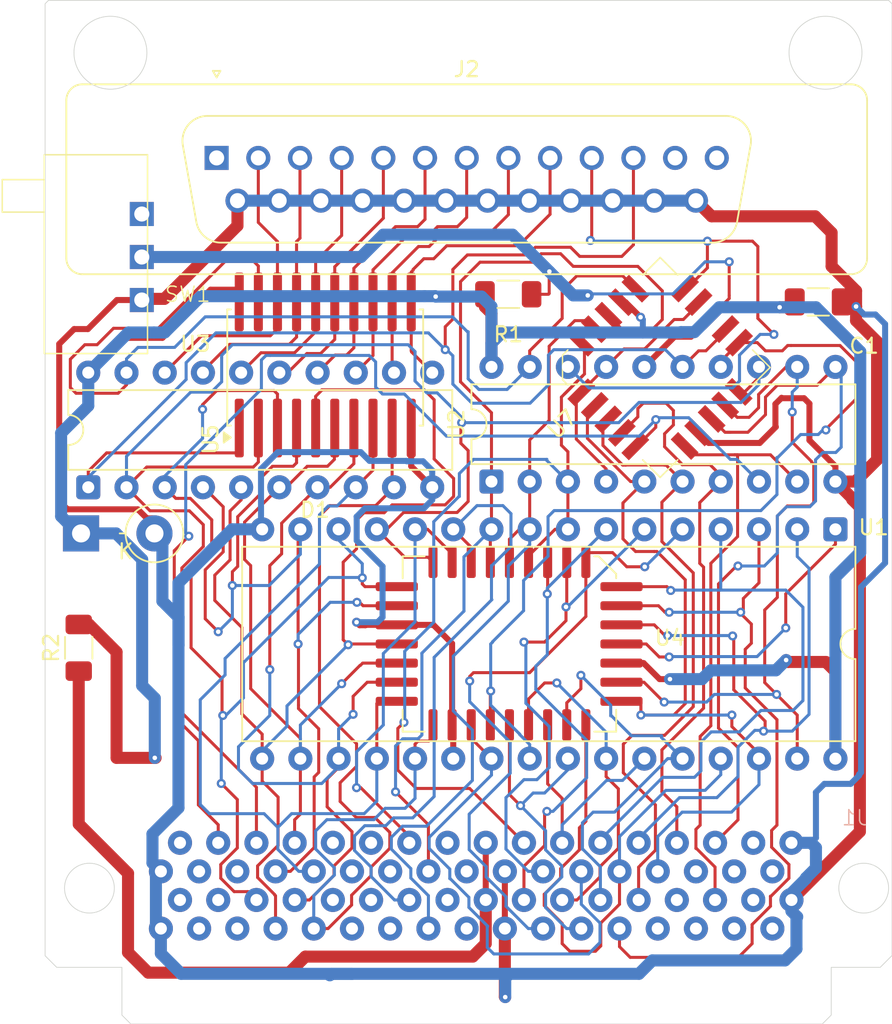
<source format=kicad_pcb>
(kicad_pcb
	(version 20241229)
	(generator "pcbnew")
	(generator_version "9.0")
	(general
		(thickness 1.6)
		(legacy_teardrops no)
	)
	(paper "A4")
	(layers
		(0 "F.Cu" signal)
		(2 "B.Cu" signal)
		(9 "F.Adhes" user "F.Adhesive")
		(11 "B.Adhes" user "B.Adhesive")
		(13 "F.Paste" user)
		(15 "B.Paste" user)
		(5 "F.SilkS" user "F.Silkscreen")
		(7 "B.SilkS" user "B.Silkscreen")
		(1 "F.Mask" user)
		(3 "B.Mask" user)
		(17 "Dwgs.User" user "User.Drawings")
		(19 "Cmts.User" user "User.Comments")
		(21 "Eco1.User" user "User.Eco1")
		(23 "Eco2.User" user "User.Eco2")
		(25 "Edge.Cuts" user)
		(27 "Margin" user)
		(31 "F.CrtYd" user "F.Courtyard")
		(29 "B.CrtYd" user "B.Courtyard")
		(35 "F.Fab" user)
		(33 "B.Fab" user)
		(39 "User.1" user)
		(41 "User.2" user)
		(43 "User.3" user)
		(45 "User.4" user)
	)
	(setup
		(pad_to_mask_clearance 0)
		(allow_soldermask_bridges_in_footprints no)
		(tenting front back)
		(pcbplotparams
			(layerselection 0x00000000_00000000_55555555_5755f5ff)
			(plot_on_all_layers_selection 0x00000000_00000000_00000000_00000000)
			(disableapertmacros no)
			(usegerberextensions no)
			(usegerberattributes yes)
			(usegerberadvancedattributes yes)
			(creategerberjobfile yes)
			(dashed_line_dash_ratio 12.000000)
			(dashed_line_gap_ratio 3.000000)
			(svgprecision 4)
			(plotframeref no)
			(mode 1)
			(useauxorigin no)
			(hpglpennumber 1)
			(hpglpenspeed 20)
			(hpglpendiameter 15.000000)
			(pdf_front_fp_property_popups yes)
			(pdf_back_fp_property_popups yes)
			(pdf_metadata yes)
			(pdf_single_document no)
			(dxfpolygonmode yes)
			(dxfimperialunits yes)
			(dxfusepcbnewfont yes)
			(psnegative no)
			(psa4output no)
			(plot_black_and_white yes)
			(sketchpadsonfab no)
			(plotpadnumbers no)
			(hidednponfab no)
			(sketchdnponfab yes)
			(crossoutdnponfab yes)
			(subtractmaskfromsilk no)
			(outputformat 1)
			(mirror no)
			(drillshape 1)
			(scaleselection 1)
			(outputdirectory "")
		)
	)
	(net 0 "")
	(net 1 "unconnected-(J1-DREQ5-Pad3)")
	(net 2 "unconnected-(J1-D11-Pad45)")
	(net 3 "/D7")
	(net 4 "unconnected-(J1-BCLK-Pad33)")
	(net 5 "unconnected-(J1-LRCLK-Pad66)")
	(net 6 "unconnected-(J1-D15-Pad47)")
	(net 7 "unconnected-(J1-D8-Pad10)")
	(net 8 "unconnected-(J1-NC-Pad31)")
	(net 9 "unconnected-(J1-NC-Pad65)")
	(net 10 "unconnected-(J1-~{DACK5}-Pad36)")
	(net 11 "unconnected-(J1-SYSCK-Pad32)")
	(net 12 "unconnected-(J1-GND-Pad50)")
	(net 13 "unconnected-(J1-D9-Pad44)")
	(net 14 "unconnected-(J1-D14-Pad13)")
	(net 15 "unconnected-(J1-~{IRQ10}-Pad37)")
	(net 16 "unconnected-(J1-+3.5V-Pad51)")
	(net 17 "unconnected-(J1-D12-Pad12)")
	(net 18 "unconnected-(J1-~{RESET}-Pad2)")
	(net 19 "unconnected-(J1-SDIN-Pad67)")
	(net 20 "unconnected-(J1-A21-Pad62)")
	(net 21 "unconnected-(J1-GND-Pad5)")
	(net 22 "unconnected-(J1-A19-Pad61)")
	(net 23 "unconnected-(J1-A22-Pad29)")
	(net 24 "unconnected-(J1-GND-Pad16)")
	(net 25 "unconnected-(J1-D13-Pad46)")
	(net 26 "unconnected-(J1-+3.5V-Pad17)")
	(net 27 "/A0")
	(net 28 "unconnected-(J1-~{SWR1}-Pad38)")
	(net 29 "unconnected-(J1-GND-Pad39)")
	(net 30 "unconnected-(J1-A23-Pad63)")
	(net 31 "unconnected-(J1-D10-Pad11)")
	(net 32 "/XCVR_B0")
	(net 33 "/XCVR_B1")
	(net 34 "/XCVR_B2")
	(net 35 "/XCVR_B3")
	(net 36 "/XCVR_B4")
	(net 37 "/EXT_STROBE")
	(net 38 "/XCVR_B6")
	(net 39 "/A1")
	(net 40 "/XCVR_B5")
	(net 41 "/XCVR_B7")
	(net 42 "/EXT_ACK")
	(net 43 "/~{XCVR_EN}")
	(net 44 "/A2")
	(net 45 "/A5")
	(net 46 "unconnected-(J2-Pad13)")
	(net 47 "unconnected-(J2-Pad12)")
	(net 48 "unconnected-(J2-Pad1)")
	(net 49 "/A3")
	(net 50 "/A4")
	(net 51 "/UNK1")
	(net 52 "/A18")
	(net 53 "/A17")
	(net 54 "/A20")
	(net 55 "/~{CS0}")
	(net 56 "/~{SWR0}")
	(net 57 "/~{SRD}")
	(net 58 "/~{EEPROM_WR}")
	(net 59 "/D0")
	(net 60 "/~{EEPROM_OE}")
	(net 61 "VCC")
	(net 62 "/SWITCH")
	(net 63 "GND")
	(net 64 "/D1")
	(net 65 "/D2")
	(net 66 "/D3")
	(net 67 "/D4")
	(net 68 "/D5")
	(net 69 "unconnected-(SW1-A-Pad1)")
	(net 70 "/A6")
	(net 71 "/D6")
	(net 72 "+7.5V")
	(net 73 "/A7")
	(net 74 "/A9")
	(net 75 "/A8")
	(net 76 "/A10")
	(net 77 "/A11")
	(net 78 "/A12")
	(net 79 "/A13")
	(net 80 "/ROM_P1")
	(net 81 "/A14")
	(net 82 "/A15")
	(net 83 "/A16")
	(footprint "PR_Footprints:PLCC-32" (layer "F.Cu") (at 121.035093 99.1616 -90))
	(footprint "PR_Footprints:PLCC-20" (layer "F.Cu") (at 130.556 81.026 45))
	(footprint "Connector_Dsub:DSUB-25_Pins_Vertical_P2.77x2.84mm" (layer "F.Cu") (at 100.987 67.01))
	(footprint "Package_DIP:DIP-20_W7.62mm" (layer "F.Cu") (at 92.456 88.9 90))
	(footprint "PR_Footprints:SOP-20" (layer "F.Cu") (at 108.204 80.941 90))
	(footprint "Resistor_SMD:R_1206_3216Metric_Pad1.30x1.75mm_HandSolder" (layer "F.Cu") (at 91.821 99.568 90))
	(footprint "Capacitor_SMD:C_1206_3216Metric_Pad1.33x1.80mm_HandSolder" (layer "F.Cu") (at 140.97 76.581))
	(footprint "Resistor_SMD:R_1206_3216Metric_Pad1.30x1.75mm_HandSolder" (layer "F.Cu") (at 120.37 76.073))
	(footprint "Package_DIP:DIP-20_W7.62mm" (layer "F.Cu") (at 119.253 88.519 90))
	(footprint "PR_Footprints:SPDT_Switch" (layer "F.Cu") (at 93.1418 73.9648))
	(footprint "PR_Footprints:D_Vertical_KathodeUp" (layer "F.Cu") (at 94.488 91.948))
	(footprint "Package_DIP:DIP-32_W15.24mm" (layer "F.Cu") (at 142.113 91.694 -90))
	(footprint "PR_Footprints:PIO_Connector" (layer "B.Cu") (at 118.872 114.803 180))
	(gr_circle
		(center 92.5322 115.540291)
		(end 91.8718 117.058158)
		(stroke
			(width 0.05)
			(type default)
		)
		(fill no)
		(layer "Edge.Cuts")
		(uuid "0d9b073b-59af-4d6e-bc46-e1215c1294af")
	)
	(gr_poly
		(pts
			(xy 90.35415 120.8024) (xy 89.5858 120.03405) (xy 89.5858 56.7652) (xy 89.8106 56.5404) (xy 145.6474 56.5404)
			(xy 145.8722 56.7652) (xy 145.8722 120.02135) (xy 145.09115 120.8024) (xy 141.8336 120.8024) (xy 141.8336 123.9774)
			(xy 141.2494 124.5616) (xy 95.2754 124.5616) (xy 94.6912 123.9774) (xy 94.6912 120.8024)
		)
		(stroke
			(width 0.05)
			(type solid)
		)
		(fill no)
		(layer "Edge.Cuts")
		(uuid "4bf50bd0-0d1d-4842-b85e-072ab4b6a635")
	)
	(gr_circle
		(center 93.9292 60.0202)
		(end 95.4278 58.1152)
		(stroke
			(width 0.05)
			(type default)
		)
		(fill no)
		(layer "Edge.Cuts")
		(uuid "e990a24a-17fe-410d-89d0-7424862cf658")
	)
	(gr_circle
		(center 143.9926 115.540291)
		(end 143.3322 117.058158)
		(stroke
			(width 0.05)
			(type default)
		)
		(fill no)
		(layer "Edge.Cuts")
		(uuid "f2581f96-4f9d-4789-a90b-23d7fe5c5e96")
	)
	(gr_circle
		(center 141.4526 60.0202)
		(end 142.9512 58.1152)
		(stroke
			(width 0.05)
			(type default)
		)
		(fill no)
		(layer "Edge.Cuts")
		(uuid "f492974a-7276-4ba9-9e7c-737d16726482")
	)
	(image
		(at 117.729 90.551)
		(layer "F.Cu")
		(data "iVBORw0KGgoAAAANSUhEUgAABjkAAAeGCAYAAABKltboAAAAAXNSR0IB2cksfwAAAARnQU1BAACx"
			"jwv8YQUAAAAgY0hSTQAAeiYAAICEAAD6AAAAgOgAAHUwAADqYAAAOpgAABdwnLpRPAAAAAlwSFlz"
			"AABuugAAbroB1t6xFwAAAAd0SU1FB+kGAg0kDsZegjMAACAASURBVHjaZL3bjixJjiQoJFXNPeJk"
			"ZqF6//939mWA+YXFYoDFvmxXVV5OuJsqyX0gqaqRU43TeYvwi5kaLyJCIf2P//l/+tCJ/+9f/8L/"
			"9b/+F/7v//f/we+vF9AbTBi3G95mGO5Qd0x3qAOG+DMIeJPjJmDAMQAYHAbAAbjHX7/9gwHsACP+"
			"CjOoGswMbvGbAkAcEHOQGlgVMAPUwGYQAEwEmMPdYO4AAU6AEaCmIBiE4ucIgLtDzYD83S4NvTcw"
			"M9QMY0zMOTA9PouZAU5gIjAxmBoIDHICDCCP12EmgAHP/zMY1AzTFLcrJhxgAgtBmOOzw8HugDnM"
			"DOQAEYGI4jXM4e4gIjAzmOMz5NUEIa4fGUDm+bvxGdQcSgCYoAQMVUw3OIBGhM6MBoaA8h4QGAx3"
			"wnBgqEOd1udhIpDH6xMBBIKbw9xgbnEQCAAAd4v7QR43kB0EB6GuI8Dm8X0BgAjujmlxzYwcSo7h"
			"jtsNwwxkQDdGJ4YQIy6bw4lATDACpiumxQdpzOjMYGfADa4KN8ejNfx4fuLz8UTjBjXF+77xNQZe"
			"c+ClE8MNCoeB4ET59573Oq+5x1ka7pgGkAs6M4QZ9T/O6waPC8OMuPcU/6zumDM+syHuDQNoefYp"
			"/xiAMSd+zomXTgiAH9Lw2S9cTQAAUxWqBnYHE8Ed0Olwjc8tILAISBgsAmYGOJ7TaY6hFueDaJ0j"
			"c8cNh8LBcHQATJ6fkdCJ8/kz+DTAHQ5ACZjwOPNCYGGAGRMRNwSEiwjNKY9MnHN1wzDHMMtzBSji"
			"8jEzhAkOYJphmALuuMB4Uj1Pcd6NCTccbzfM/H2KYwZhwYcInhRnKf5QninHMMedzwrcIcRoRBCP"
			"M+pm8LzORASnDGt5zw3ABHCr4VaHOYFJwMQgZogwmjBIGAbgtohb7IRGAOV71AvG53Y4GYiPWLae"
			"9bhP0xRqcf2d4mxa/iEAjTn+EIOIYM5wEEAMNceXGV424UzoIugc55kR8do9PhvM4jocX5rybMMd"
			"pnHvxB2dCBdHvKv45UTxuRAPv8ExEfnlZYa3G9TjzF7E+CBGB8U9yvjt7nmtIz7c7jAigAkDwNC4"
			"pgLgCcaTJc4pjvhKwDTPeOFgZpDI9xjq8Vf2iLFTHWZxLeP14vxyxmt1h5uv+2Nu+JpxlurnJP/b"
			"sPgOwowmAuI8R0RQALcqbE4IES5miCNe2zzOY551agzqAmVguOF2jc8BgOC4iHE1QWMC3DFM8aWK"
			"aRMAIg8IQ4wABXw4mgsaS8RXR8QrIphZ5JE8640ID4l4DCJonrehirfF9xZiPJrgYsnXiOukiBws"
			"GUPqurjH8/fWGXGRAAhDWrxXkzhHgsiJAoK6Ymb8mpUXMt8IZ6w1g6oCDjyZcTGDLM42MyAk6NIg"
			"zHEfzEAkuFqDkOz8pAbPPOyo+xx5cKpGzUEO4chz4Lgm9aREDmSQM8wAyzxiUKgbFJq1Q/zOswk+"
			"e0djWaWTMKP3uEeesf+eE+85cc+JqQomoFE8811kfS8zg1Nc97o25oC5RT63yLe3WcRLIjTieO7N"
			"IeaQjP2NGMICZ8Zk4IbjzvhvoKjvrHJ91idCcCZMMrxNMUwj7+UZqNy4rmnWm40YT2mRAzIGxOV1"
			"0KrP4tlFnkMHZeqNAFb1BxFnXCU0EUjGRDeDV23FkUOnGd46IyfAAaK8txG/R541kczrDrAZOhwd"
			"cVYpc4fqhOZ1ZGJcEs9FYwZlbaxqUNOoPT1quKhno8bxqm2aRG3gjsaMH48nntcFAFHPvN+Yc+ZX"
			"z7odDhMChGGZ3xkUsQERX9wM7HE+ql6mdXLjTFd9OjN2Vyxn5qi/HXj0C//85Vf89vkLCIQ/f/7E"
			"v//4A1/3DfWofdQiXgKZ+z2u/8Wc592hpnHNsuZiB7oIHtLQmHdO9mgmlAhvcvwFx7sKMVNADQ8H"
			"fpDgonr28wzlh7a8TtW3GAPOADHwuDp++3jix+cP9N4xxsQfP7/w8/2OGMkCImBqxMh45imfLYep"
			"goDoafI9nfb9BREMwNsUbzMwCM+sYYUIDYBksWGI+ngyYRAwQSveI3OQu+czSvFeHr1Gw461cETM"
			"8eg9JPsYqs9c18Kr3+C8/75qdvO8jhz1DYhgxLDMCZ73rGUcgBlMo7ZiRG1AHOdLRMDCUFO85sCX"
			"zqj/OHsEirqhsaAJR+2QMWLl13xNEEEtagPA8QChgUCWNQSyjlkVTD7rc2ZNEHn+YsEllHkq6nth"
			"jjOT8XRmnzfdMM1BTHHdhUGU+SQz0nTH8MhVyPzkiNytFrXGxYQnMR7Ecb+yzkDeD0XGZxH03iDC"
			"0HwmAYZa1EDkwCWR1yify1snXlPj2ppFDGSOfi57MaY4o5Q571bN+CtoQjA4GAZhQSNa/Z16nX3N"
			"HjHPDhEYAjOKZ14VAqBR1ZiAmWPOGXmPgCYCEPI6AdwaukSfbnUaKeo6c4/c6xY9c3Ruca6ytgeA"
			"YROj3rvFe8cFJbDHg1j3SRrDmaEwaPU0FPF+UvTUIoyHCEQ46skZr6+u0b9oJfj8a15reNYX7niy"
			"4Jn1ZNXVljX8zPsMZvzSGz57BxFjaOSkoQogzmWd1WfvuOQCMWHMiTEVNBWiDtHATrzyGxGUKa4b"
			"HJr3wd0hlDke0a+1zJ2w6usJ1KIGc9CKcVo9fHQX8IwzkZfr2cuTmr18YBoE1Thr6kDLvgEAxlS8"
			"VQEgaslWdcBqtRfqEr2kLSwh7n/2SPXdMy45fPXY9U9E8ey2rJmqZ3Hf/YDCd59ctYXn7xFFbslc"
			"6nnfSSI+en4Ws7Mu3L0aI/Lo7vEyPsyIibcZLmE8H1c8I/lZqq7B0U9XfPasLVYUzxxu2cs+ueHX"
			"5weuq2PMiT9+/sQfP79wu8Z3R+WJ6JN69ZIi6CKr/xHK3jGbGcv8PaZizAl3W9+N8/4KS2JGvmue"
			"vJPRL0fvjKwLGYXl0c51wDc8rGL06kXmwPT9c8j3X5hgnYOjB1ELnLD654WBZT6NK08r/1WPW6+B"
			"6pvz9evsW35P9cQH87q6A00Yj97QpO3PlfGL8rPScS4qh8dh1gVEUL7PrPxduTixnoVNZc0HAy5u"
			"uFpDbxHPiAPDDCQsz2viMoVHStZoUwfGmNC8FnycWwOy3ouaD3lPWxdIa+DWVm95j4GvEa91Afhg"
			"waM1dIo8Q6BoxNng5AB51PIHVmt57tn3M1F9wa5jEL9HUdxRxh8zWr9PGZ+YAytzj884Z+REs3gW"
			"OJ9rE4eKYVbs98As+axLiECJP7/GxDQFZYwxD7xaAPxoD/zj+YHP6wHyXc8P01WbggP3JGYo7Xqa"
			"AEhr8dyAAFWYKlw1cIzshQFDa4KPjw88HheYGWMO/Hy9cM+Z2HnGIhGwCMAMS5xEQJHfpgKa97zi"
			"pTA0Lilaa+i9o0mDOABVuJ5YYTwLXrGldzweF67rQpMWz+KcEc/UgNWfEBrH5xCPeuXBjEfruFrg"
			"VmTBFzAcjehs1o8mbz1DvoC8dUyqeVz/SAtI5CPoIJN2AYAZ0c7sBBTA7xs83u8U70ULEc94V0Be"
			"ERxWJEcg0WoOc0XWxyuoaxEXIPTWQBINB2XhoZmod/NDKwg5OYw0Ciin7yA9sgHJz6KuUfjCYZTg"
			"8beUSvuaZnAoEIPO65fB3d3gxgF20v73WOEQ6zUCPMQRUAPcGmYB0lOLa8W+gDVPYG9fes/GL4B9"
			"T5CEnBZRVUHDEQ0mLQ7LVtHh1UwyVuFrCS7V9aMCLhNwXNnIHWSOngWWMEOc8uf3z5hFYtQkuvKT"
			"wjIkrNfPhth0wqbCexRYj+uKB3kQxkvx8z1xu8VDK7wSHNZntVWkmEUiYTjcJZJsJiUQYKaw+p7g"
			"BTZTglNGDvMIePngrQJKMpkE2EGb4OMA5h8ieLQOEDBAuG1E4bIeMU/CCRnMoxBh2ok3gMZoJM0Q"
			"oBMVcPu9fNRCuxHkA5FvAKyaxji0q5G2BcTbcawsGvM8A1Xk6Yo/vgABSjDb3aBGGcyT7Mw4xeTr"
			"mVnxxbFep54joizQ8n56FhoAQfMn9SiZPMmDeLQ3EFXtpPkmIoMvoEjiABoBSv491i3wPJv9fI2K"
			"r5b/zyzu2SIxySP+wWGMTX/lmZ4FBjn+FqexriMfZxdZGIAS/M3ngmFRFCBIFstER0Vw+I4pfjQM"
			"vBB6JOS1T47WFyPfBRnhG7ll6ztHc1qFQfvbz+kq1n2RnPG9HSQMqeKQCVOj0BHez9GOcZ6A7nne"
			"PIqlvwM82eSxV59KcT8y7hZZWYGT8tkRBtwJaIzhAW7QuqeOxlH4uVsQfx4EGIMCLEEQN+aOW2ck"
			"cq+chGxsAthy03XFxf0bCBwf3HZTZ4buFs9nntNA2+Mv7vFcwJLI9iC7dyTA+q44ABxKkM2L9HYL"
			"MJzjPnKR48E5wzXPPOlKDAt8hkdMOsqMlmAZmy9xg1hcb/EoEiUL6QIw48xlHDMPMUDmgyAp68eO"
			"a1nPqwPC+T7C2aAkoBsvGMWxB4hB5hDs53SBAYbv/8tG1AtUrpxPQMtnrb4LE+HyEDCsXJqxi+2I"
			"b2rf/ggK+M9c6BbXPKsw8oiqZBwxi7DAU+RzIHHIFvFKB3EvFQ8qvrnl/fR1L3dM+J7PYVUzGsji"
			"uq3vwZU3CZIgKOXvOIJcY5c8u5kPHTtmZI4lEIR8EUgnwZRJOWN2nl/2BfIvIrSaUp1wVZB7PCuI"
			"c+SUQM5xbXYNVmcbIOcVv6oBjc9kcCM4cQpcKg7qati8alAKoFuLUAHWdUP+7OQBLXAkwZIFtOQz"
			"GucXILQQ5eTrmeX59/19vOoRfK/tK38j8xKfYHHWnm6OYQPv9saLG5gY9/sOEDMJgBWD8++r2a/6"
			"hDMnzSIi89mQFFhIElx21nYa8Y4J6KsGtvz9IAqQ+SsPR5DFGedO5n4d3dJk6YzPPwcaM4SCgGTv"
			"WYoQpmkKFg6BEiIekddZXxqvIFAO0p3gEAN6XUwrsp5W07PqohTPVG1kR56uHk7c0FiyNvV1Lk6R"
			"DnuJyjKXZ/fGdRYyDwbAZOdTtF7TMuZyAsucHYDlReSVu3bnYxU33OBKAEUeY4161y0ac0uRQeVv"
			"qjzqmSMKzKvDF2qLuFwpmHMPADeIu4xf2X/pEmptIY8kIMTuEDcg+y6n7F1IVz9X14DMv+VnQgjz"
			"gvDmBRSyO7ob+uq5N4DoeR67R/wjsk3gHoS6O+K/W4j9iON5qHhH7uhJ6pIZzMfOP2ZgUzTbdUKR"
			"iKjnr0QhHuf2AtABNHeQ5lkmgBG5m/O8MQwtewU5yj3N2s6d0Ty+S5xBg82dIGWliSBCkD+HyvXI"
			"uj9BqQIDCADrzl0lwoOFKAsU4BCpoVkIELp5XkOsHmARV9ixsAj3algJFaMyv5JnRRcADpmGIDNF"
			"UgvodkdjQrfdswKIz4OIWcjziDzPTI6GfI2psCQCxYFuUd8S7fpe3LNOjNhK5pCMdWT+jdh1Q+AS"
			"joXzJHaWcWALrsyDPEbWO0a+s4Lk7x81fOE3RUwTRY21ascEQjm/o5ttUFkT3zDegDRFnbqIFDic"
			"o3cnqvht30iOqGlt1RMV98xsnRlaYC8lhrOFhb4A003cL3D5yPW0wFckaGwpFvAqqIG8TzjwHqte"
			"7OhZaeXPjOfZs3qKDJ8cBL1ICFT5gGoYG7B393Uf6i3oBNwqh2fcchimTtBACIEszqr7gTGx7H6I"
			"g5yqHqLOFLKuMdr4kJsCptFvHs+Uq2dswAKg/ai/qfA0cxDbJgmC1ts14ErSB5ZV+bUwJds9Up0H"
			"eJBX1ddYvmcB4rwwpiRXDqxqXZISVh7ngizIAT/7/rP8zz7GV+wKItEpBJVcQHDllqWqpSUa2Kzh"
			"jperhq7rnsSqV52R+Y4PTABHa16EUQjBDCRV49pRF1WMxXG/87oxgyqPHGeCEYytH30p3KAz+g3J"
			"WGCJLbXEdJojxESrr6zawfaHTvHnvuE4MFnf2Kjj2/uXkLF6NUqyxE9sM9CWhCSjw412I2I1Jd4Z"
			"vUCRbbZ6onVN88ySb7G4m6dwMJ5aBsMoSZOsHeaceOd3GXNiWtTOXiKt/M6GqEvq2WLiBfpXr0FH"
			"IRt525c4aI47fo8Z6priE9+4dNZrvOK5gSzuLGeNsVJx5gp3gwmBm6x6cT8rHPct66G6Z6uvPQm8"
			"RUhFT2P0HeMrHL+w+iLvWULUySZA1lyNmDFvwz0HxhwBcooky5/MVRXn38DP/ff1RdkpmuyjmOd8"
			"mNgLOI+DyjnNUQeCsyglrwNTPXR+oQLB8iRvhUwom2z9e4e6QlUhZ3JJEsMdEGnJ+sZFMjXomBjj"
			"htlmnItMQSWOJD6oCjUmeKmiM8BNU0ydGKaYWRzXk+HOMI8yz1dhat87Kl+0xWocSxVh9F2NuEgR"
			"QzYNe9pmuoXiy0MdP91CedMARguQjVBSslRdUJUKoSk121Mce1QD3zVQGeqquEwQY92dlKc0Psgg"
			"281KKW2r2fAMeo5dlAkogZcNTmoB4wkozwRsmTglpJxFeDb8arjnBNRAGt/j6n0pqacJyBz3/cbX"
			"HEATtOtKVhQL0NSZ58j0IAUZJg1ELZuEAC9uVQy1LIz7AsjMgKkT7/uNn/MOYo1jwgYkySBHBRlF"
			"YJBmrhPqocBxUxD6IujGGHjPmQVZFLIxHRWN1gddCE6CsznOAMKBPKpOvOaIhjAV2gpPFUROZhyA"
			"3pVqXjrUg5QKNpGIAqqOMW1NhAQ2ZrtZLUXGAQ450TEVtOOLowBYXe81peHNjF73B9hnP1XLFCMc"
			"oNbyXAmULJQ9UxP8LCUqx2sg1GE1tdEQiuYiScijIRk5VeLYzH4AHqEKHBpNGYsE4HWAGnYUvWfh"
			"UJMcFfRbJVU76Yv6vqEu14pNWfhXQuWaBNKtyq2GOUidVBG6g4RA1GBgTHdANSaDCnM5FN9Y4CMd"
			"UxA5Gealzo2pvkYE0R1Pq6GI2BTK1beGgt3Wf2e8KcinZkjQ81ApAZimeM8ZqonWIHgAzHHmVQFi"
			"TAgGAMlC1opQs1C1qCcRapuF9VQ+JPK6EqlbEK2e6o6lVvI9SUg5JXcdCiddSpMEvYpUXmlTsgnI"
			"+5FkPJJMCmW3Q0GYzGgkEEJOXxBcsKb2ivAq5bAJAxwKzCjqYlJsxW21dS3mNNgEpgtGKqwKrOOs"
			"6kaCQgBC1eEtG86YjHlrTBNEARJTJj3gxYjrNS2gc00rxJRbKuTz2ZlJXgXgHSWSm8FSwcLEcD7U"
			"TKownVCN361Zlkl54rNXEBSxZCtXRYzhb00rVQOSamjLKVVzg6ofSirfkyOU58xiUmadrVWwEYQF"
			"wgImyTxoR8/iaPV8YRek5jNVY1nUiYDVQniQKtY5J2zOrJEOEPQgVP1QghkRlCwmHY/aaOYEjaZa"
			"xm0DAAWWmEejCYsGylMBO90wcuoAHHk38AZfqiZKdbzRntqNWoPWFFOBD1XcUk6XGM2lUopJ0npO"
			"AvCk1nC1yOd1XW4NZRWnOjNINl9qJhhHTZtFc5bvIZTxaP6nanwuLuV1kOHznBZSS5LesO52ndFF"
			"flTsrNo41XaUv7/IjaMhEUnSKs9uNhOrPU/SYJiD1dZ3Z1VAFUNngrxxf4wIIgaWFE+YrekQOaad"
			"ixygpeGnbMppIUG7YbIlmonBCYX6wF/uoKlgIny9b7xeL4wE1Et5VnXeSKALNamTk9Wa6m5O8BnM"
			"S2Dkh5L+BARKSV9K8FJUu5UgAHCNOqYzw7OW1kNlXBPhzjnF54qbAJVQH/bW8Xh+YLaOMRX3mPjK"
			"SSodIz/TVp3SElD5JikIMVnLDOYUPGj2OSmcilMazysVhccEbozOlATKJnuWYACOzpJTarTq6AUy"
			"HWDICdw4b9KnaroTyKgpCRyNMllOa3NMdCCJjjqjMb3Ca2odKVKhxcHXdN9+Lm4zDNcAfyRVoytX"
			"KDgnZ0r9vkhYtlAdFnmvcwsWOIIPJeFRjfnQbO4J6IcCFwgSCPmMaE4WL8Vwvoadz+sRu2qKjHgx"
			"ZYv4kiR0i9yL6+Gp+KxJkRLC0VKeRn6JXmmRs5oETPZxUhB0Tf2siV5awJ/Ua3iJiCrPEyAtSZwA"
			"oUL9basuL1GRazwjSn7QvEl2Va9Wcc2Bhsh7beXdkPh69o68meLM3jHl40TAcDgF+BdEFsFWINri"
			"I16q7C2QKaGbJBHHBjDZUvRv8nH3sJ4gaNTnuvrMmHzJmtcJZEVgHUSipjI166eKXw83XBTndWhN"
			"98aY8KoRzA7Vva/eZ7JiTgX3HrlMbTthcBIZBfi1AO1ENciROWHDtqgwOtBQzNMGUGlBpSk8s4jl"
			"ZA6jEERE7RAEPYxAWuBr5r+/KetP9TxSqLdlnpz1bSjua9KC8z3gSWJYqHLdLFxClDK2Rew83SPy"
			"ky+ywQigJO04a/BvPVSJaw7AG0v4SUtMhxRKUU4rmhWxWreIvgkp/SCVosyOc7vEp8c1og36rOfx"
			"nDov5KWlCp6EF6Be4lsmBeVkgR6q9l1rfL8n9Vk5sZe3GyZLnFed8bwccZBSuOgU/aNkD0yZa2i1"
			"E7owngW2uy2SA+qrnpyq67qvaY56tawhwVGf0SFYYUQ/L6eQ5hRSqy6cUi1cPEpA6ys27ynmmuyj"
			"KLh2vvRNBpz3g5e4mzbZkGzNKSz+/mOZ7/3MiRlj+HiPPJ+LvCcGsWXvfOSVYxqppiJxiFCKnMzi"
			"ftduvoke9xJgEMgI7gNm+XlSNVEn1cn3RApRiKbWvwu1fOQgLGHtFmxTTHOXuDZFsTZTIFvfzQzN"
			"w6FH0q2A1tTlikoHwbHz/hLGfyOXLKl3+yaoiftoiaFGlVV4yO4HCUoUUmnKfLD5NBSD63CY0urx"
			"65pQfc+c6rLjunNN5h7vuXGZqBPGeMPHyMmL6OdLwe5s6zfMkLhakGQiHFhJuYGYgRLPWBNJFSvN"
			"MO/oIXY/m+RwCc716NET51y1m50Eii+i0jhFwSlAblTiQnwTDlCJQQqvYt4Y8ood3wciaiotPpau"
			"yEOIOFHiARFBv65wPnFHm6r4+fWFP/78C1/3Ow5Pj6KyCvaJYPN9AXS0WCoH/sZc+qHIP+XF+8In"
			"YrZ/NJlvsjx02Oq2ONdZoHAWzLIvHBAM4BbqJYiiccNbBiFzR2sNrTVcvePqfSXJYXMVJpxjeKHA"
			"CQuBKvitRmtoj3dzFrOmCneDSFhWkAfAlx4zob7Nnw8BJQOp5vN1Pb5PCmyig75NeTBtC4EQrKYK"
			"eTWQBkU1sDFudKVS52oNl7RQiJWUo8Y4U9lPCHWxYzPmBt8A5xH0T7Jjj/W1ZUdj538rUkdtnQMz"
			"SwCTvim2YLoAxpYjX1QTxqVEIt9qFgKmR/nbiMMqp9hxytH2MXG/FRcRHk2ALmk9EuepMfCQJGK4"
			"1EnR3NUUyoCBXFPtmA8pqklxCAPCGSx8AK4QkqUAQqqHxrwx9A22uaw/lp0BcdbylgnY8WyMi1qe"
			"E4XagGmOc7rCTKE6l9qCCriwGh3OSQuyRQgViMdEuDjHst1CLcnxnOthW+Cp1oE7lBLAx2FjRsnA"
			"L4WwYVoARcvaIJ9JOUbJS1FmqRAn3sCTw3MULoKgM+1/77otYFLVTqpg0wzUASQINbBz2ogEaG4n"
			"GYLyteIk2aK5cQ8SAalwIxB6EzQKOx8eAzonvnIsUJxXDDIdILUs1iSUu8VHrrGmRAKB9fpV5pJT"
			"nJssrMMOQdNK51DuaCnMYsyUqcCNfKYtJlIs7XSQhI5IEA8dhpZWXq0JHDFePPUOG0Hf934BwV4A"
			"OMFY0PzCI+3ThBiegOmtipGWKlJNUtqczIynNd6Pav5ZApC3APyHFhG1x4zhoXDQ8c44ccEaA9QA"
			"D0UdnHCzQcVDfUBYSsiK47t6sp275kzFIAEix5g9wV1gsFRoH9fFdkFoLJge900TbF2WKu6roIqX"
			"b+gU5/xrDGCGkttzgqzioM8gOpwYJgljVJFJCGKxtVC3qgJJ/igDrwVOxGRFZwnbIIpzMaZi9QEK"
			"3EYYNfqeogBqMa7qS8lNYVNkM5VdEXunKXyG+h0ODGPAL7gHDVmkr1nGTwuvMxLGCBkbfEz4HAFK"
			"SQOawCUAcE6QQSksbTjjxEhboZHv7QmYRtwIG5SaDFJ1jKWepGVF2Igg1NAkxqSDRIjvX7H1fd9h"
			"n3gIJKoylkRp1BTDwvqwppNiYk7wbB29PUGSBXwC8aUq58PWsSKBHmPu7o7WBLN1XC3Io3tOvAtY"
			"zVhJy6qSvtVnYc9EiwDi/A7qjnuMIKkybnaWnF7AAkMpLasuMC7u6K2H/VEKS6JZDkCOS9gyQ7FL"
			"bsvW0yhATT0EE2Z7QjNstnLiMa3AAIClARIWTzHiPjFn2Kn89vGBR7twscSE15yY7xfUHZc0UHcw"
			"b8sUPyZlg+DRZeFUsWJY2ChZnjtjgSHOj+Xn5Bzbf6ti2IzpOo7nlI9JXHyzVaBojtIm0VRTtUjL"
			"HoprokW2XUGU02kfhz15PPHGzS80qfH6ACtC+JA1fE6nNmlhC5T2OgIKW5tV49hSX1MJlyhsz5Y9"
			"BVGKsnypXquRVw0bMh0D99cLBOA9R0wScxBIQxUv3TLTqUFGGBFYGpQ5rCbGSMI2Jqqe0sCtx7Np"
			"lnlKd5PUBN4YLhv8mlNDwKS2bFI9iY+r4mGS1WUhGGNc0dkZO+Zw0LzxJMYv14WrPyCXYBCBZlgt"
			"zNcX3q83fs7IewDhmbZaOhWv+w0dM4BsySaQGa1JXBNTvGdOL1BYEHEKEXrajHD+rvSewoKY2ODs"
			"ozQFVlMNd15Lz9poCRMO6w5axE6Ix6Q441JWh6QYjRguYU13TpLOrNsIBE8AzhOxXr1A1Xfq0BnP"
			"JVKpGVarIT4atuvSCU1CLvPOYYvDUWAvkmAuZSyA+oycUxpJco6sqS2FBFV71vSUuv1vqtsFDh7C"
			"KsvJlLa+G+33XiB4WLl4Cm6KBC8bQKGwXCMOMclb51LQjmDpYDm13pKciXuYcbasMRmY9yZdS+Xc"
			"WJadT9kH1YNW1qZhq1RwzK7tJgHOEnGEqOSk6gAAIABJREFUNnBW5I6kyKBAkprQ9+VpepLzKZzM"
			"2q1TQ4fEdynBg9omhnizp2XdXGIgy9craxFiOaY5Dkk7Nj56zNetGrMA2XHEYTffeCUd0xwU13t4"
			"gMBlodObhNCAQ4EbQiffcIb56s1hAQRz1iIoW0QNLGRmDaIo8MYznm9rMiPHFAlrlxGWVWsyM4lf"
			"Txs2EwFax9V62DSNifv1xhwzrP6yl1DTsHnNz0WcnwHb8sazbmUDLg6xTFhDO2aBjFWnrFr+u/UP"
			"pcUDH/ZORZvqigshYjjFI3yKSDIulI2xECeGIat+qfevPsIOpe+2L0rgd4m8wy5Qj2cZp6XR3yyC"
			"Qpksa7JvmMLtEGX4MQ25HCcydlDgCYrdg+CwUd7g3p6Y3hOU+VlYoi9wWgLORVoDi+CYK3/jm20V"
			"1v2ib+p/dmDUtFhZDKWlkq3Yth0tSBhwCVHKwsRsWc/zwuXwzXp0iezK1vKbZVfZzCYYnDHP/uZK"
			"UASLC0NTYLnFGDtOn1bfC4Cua0q0xQyHkFKYwRLPxPpsOfGNmhj6NkVW4O8mAMvWdteSWDZWa/oH"
			"BObDzpx8kfV1H4voZCA+TwmvTkss39Oii7zx77ZNQewfowdZP0b5kwSJEyinE2tKwdnjDx2C5nV+"
			"QrzjRbQc7go4CDba9hXRB5SVO4c1lGrYY9s5CfNtmjhccL5N2nrZVKWN91FV+zmBQEXN+RJO7Inj"
			"ilE1mcrrXACbzFgYJ74THH7ON5cFtwGWNlqcZJan80qQPrSIUzosRIP0oW/TE9GZzLTt9kVWWRlh"
			"RCIKoVpa8xExWm/oIjH9pzkRPid8zsBIKM9vvkgQW4HPceaAEsVhTWmUVX9MJ5JIYn4hCCfVbctY"
			"5JvldCMToFmPVcyzFDZkr+o1FUjbrnfOGU42a8I+cWIt4eceoqB1P3RNcUojXFdDu1L0RkD7er/x"
			"799/x3//+1/4+XrBExy9LRRsmn6NWkEDtJrU7f3mm4WusbWlCsN3iyPzbyRH/TtP9SqXNcuacNh7"
			"JC7hVJ2lP2wlAaGlIrJSTekEZ2PjGoWFMOPxuPB8PCHCywuO+QYz4fno4XHZohE8VebR/KVyOEHF"
			"Gvs3M0wFLKQDkXxlIY37QdupBeSS+z327Fgx6fH5damUYrqJlxcZHyw/ljprM+EBaMc1kdaW/RAl"
			"0FFjU6oTrr5GjmOeDkuNL7Ib35HX1Je6Z4/Qb0UuL78+EsG+3YcyTINdN1XYjD+bNImfn+nXXdZh"
			"kn64rdRTmcwtd51QevDOJEZ6k2jm1whaqLvHPeDmePYHno+Ox9Uj+Ho8GL/4B/olmK7rXnH6QpZv"
			"quqMRq3GnGll9wSPw9tfVfE5QoHbJB44kQDHVSe6CD76BeARfvDSNtvOLdS+q0h4Li9XS0SyMeNq"
			"QdT1S3BdLQIEKADPVL9pqcjXzpDwJzV3iAiuJPTMHSNV2JT+Mpv9TiGOl7f94alcU03YxZBTxI3b"
			"FQ8deCcYAw/w7GP5apdXfwLrBS5nECsLCBGJZ5K3jZRmg/Tg+A7kB2ibo3elwGm9Q3pc//JJR4FL"
			"CXDFDgDaPoQ5neWpxGrMeLSGR7uWYvZ93/j5euGv+43hGgoqKcKlRwxjpB9rKO3vtLEDamRbMrb1"
			"uD/HNIdwnGMAC/SZORnU8pzVgy1M6Q1+KAQ4yBI7lNoOQ2uM3hpEtm0eC4Mkpl3mnJijwwtEM82G"
			"NN8XsaNiGoG543k98fl44tE7GIQxJl7vF173O4BZ3u8XOUMzb9jyBI7aViB57tV07UiqXReNBZeE"
			"j+ecA/eQiMXXhXY9YEQYOjHGXAp9yiK05USWpf92efZWgVqlBOmVeIksu7h7jATyMrbjO4Czm5N9"
			"5jhBhcGpWtbTIi5I1o8e3pPvOaDzhTG+QkEkF3p/xGc2g40BnXEPHLZ85GExDnnJhY/cpWKimCJx"
			"HXRgjDuea3KM1kC9oVmAnPccUDUQNTy4Q1pLAUeq8lL+J0XUn/mcCqCIuPfIHR/ODa4cJEZONzhC"
			"qacak3RlR7OaSEm/0qmweQPjHQU9LjC3sO04xs2VglaWw0P8aY6WZ9U97JiECQ8JcqdsLN8WnqMj"
			"FUKmBmg0/dIufD4/oql3CxWneU4HTajlpIpbPLNpP8ipworpxwGdN1TvAOdTFKHc0GAwYTS/YtzX"
			"JnTc6aEeoOuVE2UVF6cZhua9Mo1Y9/yAXI/IwXPCcwI1aqEA0FL3tIDIaMSDmF6A3eEHPuYMQFw1"
			"p7Ms/V51CRJIw47jAuMpF57XA+3q0cRnzr6TxKWy1RoKvyegM8QAzECrseKY/gqhSahV3R3UBOwt"
			"QEMzUNo+uhpU4vq4GeZ94/2+Ib3j8fHEj97xuC68x42XK+b9hprjuiI/uxJ0TgxNoHXFsph6CDXp"
			"90lkSxXvTLC1VHBMQJOGLjl6PW74uCM/tYbZo+6aCcaXVYbknpSeEwQzrUQ7Ex7SY4IygbPuE9C0"
			"pjiVsiXm8Q1oFGjSRPDIXCfsgE28Xl8YY8TPNAnABLwUfu+yx8QGlXAof5/c8OvjCX48IiZaTH2F"
			"D/+MXQTZBMdnn/hyw5+pqDcYrn7h8/EAiDB8wPSdoIYgFwlA3fHFMRXoc8LGDcy0b+gd8/EIYQKA"
			"9z3w/vqCzRnq1t6BJkCPGOfMYf91D9h9w/N1OOssV8PLFG8vayMNu8l+5cQQgSTO/9AbNwGXGn5I"
			"w4MFfF3we+D18y/88Z//4N8//8Jf5U2NyN2BggnsvjH//BP29RPGjJle1CAK8FIE7gqbI75razHh"
			"kzf7PibMmhB67+AmSwXZc/cCmCDq+FMn3jMEBrUDpFT/WhNfWasHkKHoTHi2BN816qjYQ5V7q0hS"
			"/ciH+pnz+8bnovD4A+SwigTgc2LcA/c9YDnd82hhZTZyL94cN1xnNMAEoDWgP/AmwZ3T9uC4XjEp"
			"nAKCWqyU5NTeDZOTmmkpO9N2ktJDXVJUMkxXnP5mWXaqdGu6M3PQu/bRrVqrvDIYvfWjZhtpy5DE"
			"hComE+y60PsVPdF4A3eINZwYNzFmQGchSpO2VMvLlIdzmiztYEJFyuDWwLJ3OBU5XHvakNZHfli+"
			"4gA2nBnaOqxJCDzyWpYSek1+m8F1gHweRpa5f6CsQFxzwji2+E0IbiMQZY3nMc1ek0uU+5Ekp6Vb"
			"OkncUzE8JXvUQCxBfi35wHebWmagCVXrnROosbPK5shcptE35n2qCUik3YX5wufKlT5KHo7p8dZj"
			"f5eW7bCWRU3YnuwanBJMJwyRmAbS7KFqL1QK+Dx3fqmlUMM1pnWE4NLxs3UMaYvsKiGCpOAqdnEx"
			"/PFE+/yB3lrkuq8v/PEVdeWjx36WoYq3O0yiX8FhLUyOOCM6E48RPKXhKkEEHDOFCjh2aGkCa3VG"
			"JC2lltU00Td7c1Du4ZgTw/YkUdWEnhbjhRN4ikYggnE9oK3HfsP8TKOIh3IMyTNdExgngXISA4uk"
			"WJZ9ZW+VZ5lzb401uEjsMJw3XnOu/YFMQMu9HLULKcQLYRWulGcgRRt2IKmSNeQ30czf/k6Iobx3"
			"ArX8TieJUWD+tPK5xwLdh8bz25jX7o7llFFOKikyLYHHNMNYFqQhJOxMuJrAqgdzwz1DYBn2fmW/"
			"RstSSuHLqYMQooLqnxfZ6jvmBnYWThC3WwoGgE6CLuGmYJMW+F33qmrYkVP4nPWVnTa034gXLHvh"
			"xtH7esbR5SpyEA6UQkfnA5fJ78q1W6b2gGjUe9WnA7SuASeOeYkk4G/HqoDvLimaOz6ppt0yPpaN"
			"Wdljcn6PsmsrYZQv0SAvUqJcBczKwjIcE1bE4hhhMV6m89uGuXZc8CYF/Ximv03WHhOFMCz7d9hB"
			"eNqxc+ucIK01AGsfcOGHtiz11rTet+e5SA7fwiB8d84o4f0SE4G+TU2Zl5UwfZ/w+GYxnP/NlmJ9"
			"1eC11wyJOa/ptUMJ7AfJkTqSTXKsukX3LsPa2bRiQpIcic9I7qrsl6NzCbQm5rij585pHj5iMI79"
			"emYRsy2dGpwO0kcdQwGakRslsUkCQpCYuY9KXUCJUFDkCYaF3V1OfkHTJjMvn68dlZbEabhXFP6C"
			"oz73eUwkpnVyTTSVZSELBa4rgv64gjMIkuM/+M8ff+A9BtAlFzFE4iuCo0gOS6/1mQ+ArsVJBbTb"
			"uoErgGUNxMvf3Zfv6/J1tsP/Lf1AQ9UXxfejdzxaRxf+NtpCuQSMWypUM+FC0/dZDZhR7DYRPJ4P"
			"PK4rivkx8Hq/Ib2twiMOjKQiZVtWmQdIaK57fCeZpjknpkoUBULoVw9gtcla8qjIYGY51OICRi4l"
			"rpE881BiTc3Fkb7AHeZafkdrWRedPPeRIEiKbBFI41zY5ssbDnmN5hjB9i2JQ4CyrctaAMMEzKm4"
			"R9iZLSuDQ5G8VAcHycEcqp1agm25WB6p5NUxoSPVIvXZzwW3GmBUFK6xcKyUhDWybTgWN+b0CqcC"
			"TEjWpAiO3S1kji4BhkjvcCLcqpBHw+PzscionRwziTF9Gwcslp8ZKxmcW9Y0zwXcY/FOy+baYzmf"
			"LUuDAvAzGZaP2GokaY88eowQ+9TVqAq3tNnJ7weCNAnVa6ryZllhfPNGzCWJ3DYAfIy7eo6bgxBn"
			"qG2C6Zv10TdX8r2QcsJyeawt1ShlYf5oHY9cSFQjeSM9u/1sMJLI4ty5IKnQnEkCwiwJUFmeq6vx"
			"rXPJ0fxJaytZ4IhBloX2PSecKBjxHsuYCHucnUFLzSokMDO83298vF74Md6YqVSVVgojy0mjUDZ6"
			"EhW35g6WYwFblxYkAEcMKW9UZl6g/9SwJAvAMojYatRxWFRVIeMFZKzJGFuTOMyxfLFiA7hsMQ5/"
			"3TwHqooxRiyvSqIhijaHOkOk47o+8LyesecIwLhvfH194X2/4Gbx/XqPhY601cKWWzxqeS1lsUhA"
			"xsCBOXJpXXoSNwnwUPNeE8eyLSSJFN7voUIlp2Uds5Jm3odZy7Vy4SnO0WyWUOwRhT/muDHHXNMk"
			"dKi/6LBW8xoNrmfVwvJmJIlWi31bLsmqPPQab7SL8PVoIGJcjwc+ryumDZPcnPfAuMeafAsqLZrK"
			"5xXEfW9t7QKaM+zwvt5f+Pl6YeoAieDqsbhxqOLlodh5tCd+PD9xXc+w+dJQexbB2biBJEDDqdtz"
			"thanS07wnHtqfIFjOZ5eYK+fSowE2vPcWJ41nXNNNzWpptPXQuQizuOzSaqCM3fYXNZD0o7nKhvh"
			"twlGAjBTY7pPR3qZPzp+/Xjg4/HAo19orYMIUCUQXRAmfEzBtLDCbKmAZyrbnlCofjbgrcA971zK"
			"KHmmGI8eJRZc0AW4xDFm5MFWEyprAiBARFXFzVFsXq3hl0fDx1oYJ3i0IK041dtLYVTKfK9cw2sX"
			"idVEai1N7h0fo2EkydFa/Hu1Gft5MndDDR1Byl5XB7eWcYPgCrxz9WuMZWdjIwJYA6E+Ywgoegui"
			"o3YajFwy10RWc3hOQfhZ9JvjFsYtjM/rgX/++gv+8esPtN7RXowx3tAZ5GTPhY5ruWtOfLcUJnQh"
			"qDO2bMPPQeP0e/2+XJuIYjJYIhf8GILXELgbrtbw6B1EsQD26+14zz111YST4A9nzQc1fD4eeD4e"
			"IDBe9xtf7/daBr5qNT99p6P+kRSk1LJlsKE/G/7x66/oreP1fuPfv/8bv//xO973G+4aZHULYUVM"
			"ssyobTNGtZwyqyXLz9bx4/OJj+cHmCly0VSwlp+9rkWZ3Cj344TYwAXo7cKPjw88Ho94Ht6G1lIU"
			"wAKdjnHP9GTPRcgSf6gWJPe+YlyouiaUFIYbjCBCCygEGwicFjUTIIWI49E7Pq4nhBvmVLzvN8Yc"
			"OVnsYCFIDzuomKBxTJugOTDvG3/C8WwNTRhTnxj3wJ9//Y7//PEvfL1ekNbx2R+4WkfP2BMkkkNe"
			"jJsB93nsYPEgsXKBNKc3ZYF2rhNdGq7+QBPeZLoOTIuFqiKCj+cHflxxFkcXPJjw1+uF+x7RaNfz"
			"oxP+vmE6A0hqLYnsGdaC8olHb2BqAZJPxfv9xtfXz1wuWrm0g6QDLDGZ7A7VnLJNbzqWqJeax/vq"
			"6wV9v4MsbQ1GVwLbwFPSrlI22C4pvoEDdg/oHKCsAclDCUrjHYCABCjvSseOpyTY/dgB6AEoswQB"
			"pe5BLCXxs3b8MIElYr/phN53THhSCIhYWqgZDxXi8og2g8uMutkUncMyR2dMb4OBz8eFjx7X+Mtu"
			"TPK0oSn7wBngLghTBc5tKSvD1iRtoS2Ae9aY2ud2gbuBua36NpT7HnaGpqteFgmgbA7FGHcISXpb"
			"QJSvqWrJnX2W128NuGbPMeMapZJeJKbFJNX/TkGzleKTyZHhCpM07BgdgMZ7oSx/QRhzQN9vmI4M"
			"wC3stFpPKz9adXoIZmIRqiF3F7CsfVtmE/d4we47pv2vjiZpG6hpU906wD0Wq1rW4L5towIEYZgJ"
			"QJEfe3r+B0BEabMU372KFWIGWQC7PjX3tdDql2uBurgCesPGG24zxR9t4Q1Iy8OI1YDm1AZQ5L3h"
			"YQ6/HlHvugHzxnz/jLPkUSfrjPPljaE5pbvBNMQk7X3HPZaOL5t4RfOZi8cZ25w+AUjTRVgxtwCD"
			"C6hMkiP2a+TSd1BMlMwUgxzWTES891OMAR8Dnv7xaA3TDW84HC2WtGtajY87EdWlBAgQMW0GWVru"
			"uvuu7seizOIadOK1E5KIgNZyz57iNQb+er9w60zXCSx74Yskpj0TmJ1pYwkhGKf9sybZltPO2hr8"
			"umAiISKsOHIsTW7EaFa7SQWWebnq6lnkzrHfsnKFzgA7zQwzJyHpsOhcoG9aTdeUlbqtmZKa5pjC"
			"GM7oFr3UTJGw1T6anCxotKc+NUVtJSr7aB2UprnTYurRa4KZGUSS7iTRe43sIbV1WL9gzOlOkJPN"
			"NRlr0TtMjVjKlS8XQct79/CyIYta7CkCgcFc1nSb5WTI3vVaU7AB2I4kJzjJj3JGuVXxNW+oOR5N"
			"0C16sltDzHIxg3vPfXdBwI6cOCwio5wpal2Ap7K+SfZbvKcQU+eLWt/hy44uanJm2URHkVfpDLAw"
			"HN/7AymXOjh77ozdy8qLhBY+bH0Pe3HzjQ/Fgva9qwROUEsSLW1tjfZuMoD2LpV0DhLar+HHnh05"
			"bLnXlGLuYKs9FWXpX0z33g+bZIlvDJfB35xpLJ0q9k/sSZw1tVIESO5kKFEdOa/9PCg70DWpsvef"
			"WNVyKUgvO/Yg2DTi/7H3pSbd+ZhI0rVGgeEWO+IuDtcEmg6FYvpcuERhiuu6uW5HJj2n2JJIy8ns"
			"cohhFlz9wtUuNIr8ponzeVoYIwUBkzR25MGzzqPtBFQTRZ5keblgEMAewuYGh3g6adhc04+UVsrl"
			"Aiq1V8cUNh0yRtgUA+DWcF09SI6frwza6YOHXBC6xiHTO1iL9PBgGG2NVVJ+2L1s/FzgisOD//sy"
			"3T0yXYtLT5+uJoRna3j0C4+0mGrtGBOuMTwhbOlGAlfOEMsHzGLbfRNB6z0VHA6CQLyjsYOtdiHw"
			"35Z/l2++gFzS43kvKnVTYBA4l2U1iS3x7Qpg1cj3+N86UJQkR7BiTLwWwliBQanuLFXwuZTlO7B8"
			"kAu9ZSOeY7/FntJeIF8BQ6dChiywuBZiEgPSBdej4+pXgHpzwgcDk9Ou6ORWzoTMu3jL4tY9PPlM"
			"t1emq+8F4FokBy82uGktqdyK9t4bepOlPD22fmxCopT7Cf6GuqQ8gLe1Vljz9CR/CM0UXUPF6nt+"
			"dAHuci78WcoDX0oPkG/iou5jTeMAG6AvRta39Q+nMolTkZO2zAdxxcf4blkhHYuaD/V7LRqVtCir"
			"aYypOUJph89dAZUFAB8jkKq2FqAGwCCQLtuKqVTY506NZV1nS/26FrDDl8WYZAF0tXaQHLaIiwJL"
			"yuvWsnDefuzbp9DTm3ZZM/mhaj08MwvsLz/V5V2fiWWOKDQ8pz567WLxvTB3jctWglEFPxrwaOj6"
			"TDIoCSPJ5pdiGWcpNmaRHNUMVAOQ4L3kOLsmicXgRWha/nurBVNpO7IWNtP33UNmvshRKWIYFWvz"
			"vjaBXGVfUgWVbZdB9ygcx8zl5LXAM4ssMFgutOuJR79iesgM477xvD8wRyjnJGOitDxDSXyVn+Sa"
			"m6LDGk417C2K8Knv0nLnTRWrNXWUikxNn+fae7CXO2/15czpHcL2RS9VA2X8aOntXWTBTI9MPke3"
			"1+LCfe23YqI+U5DWunZOYY3ctx4N7HsO/Jg/MKeCmHH1sALqOVFUUw7jfUPnzCmqfX6u3tGvnuTy"
			"JrHveQdI9d5K7pZA7Ug7G3fguh74+PjE9fgI5XHZbHlZM7Wt8FqkOBYY3nJCqorcvTQMW82YCkY7"
			"FlP6YX1Y1xWHNROtucfy3KalrMotNPmdM7Zq7fuwpQzcihDLCaIqyuIcjhGTPwTgcT3x8fHMKZqW"
			"3tvbAtK0LIL2krZ2CnopagM3xZgD97zX88qLcBQItZwLLxvUPSK87CEPKwKsEXiDSMPzutATRI8d"
			"UTMB9FLpLzfyBF90XZNTKcg1/VV7uGY2W5ykfvnyZoMBjfPbWdAl8yfFXp+3Kt4eC8KR+bIjbFcq"
			"RnMqnep7cU6oluXE9/fnVdBX872sF2ph9Qi7okfv+O2X3/DLjx/x/D4aqDM+fvmIZ47379cOk6Xy"
			"LFVYiTMky2Y77A/S/uv0kCauvJ7WNDOmzmpysydBNmYIad5j7Im5zEUForTW8PH8wOP5gLvjr58/"
			"8edff2LeA6wOHzE9Splj6Kjvem9Z03La7hB+/PiB/+Of/8SPHz8wVfGf3/+D//7vf+HPP/+MOEa8"
			"QHgkoVzkollMPPceQH0R6h+PJx6PRzTmM4UouZ9spuhkKcT48HQ+RDOcE2Y/7o+4Ti3qXx2KcStM"
			"fccB2wA1Z67qPSZd5pz4+fMLX1+/Rr2Y00uaVmKaXT+h9m8YLhZ8Xo8kOTisvN7vjIEBbBfxU97r"
			"Zbd5jzfe7xemG/ghaU1gQCP0Z8evv/2Kz19/4NGDbH5cj1T0Rw667xtf//gV7/drTZiahwWLE9Z3"
			"a6mQvefAX18v6Jz47Bd+PD9w9b5ENgrDa068xgAR8MvHJ3795Rf0fmGq4vV+4f1+xUTjodgvOwBL"
			"kUU8ExPuE1cjfDxzIvN64uoXHIT3+42fP3/i6/UOAIkYwjWVjNhJMmdMvPjE7QOKidYYn/3CR+vR"
			"iOovAfACcW2KfC41oR97+TzBUOoxiXrndCYT2tXBEkT8e9wBEJWNUgInOMCXstklz6X1xEmgpuhk"
			"3BEPsC0xQ5TRMr6GHWDseIznptHZk53LhI9ph8zNvQdof98jnBJg+Pz8xMfHJ8gJ7/FbEBVZ+7gD"
			"NiM3j/xcVY8Q0zebPUs75ZqSXr0PybGQN+v/WTnuwsfzgat3uDvud8SnqQqWvVfOqCwfc7dY9lC9"
			"ScSN9Eu3ynXjxtSB3jo+SnCRdauZw2YoWxk5Kc3lm68LK/BDOMF59l73DZ3bkg4kKUwJ6+kuDSwp"
			"cJgj6hMCepMQsjHl/sMb9/3G1Akh4PG40K8L5o7XCKA93Ava6iVUbe9ZSsKievhSaUsCULH3MhTA"
			"IXLiY6E3r9ecq57ltJUtUWWA8moh7lHTZWlXuamlO8LrvnHPAZGGq11hb5fg5fN64OPjwvPxQGuE"
			"qZ+5ibamVLKmVwWEktiKGqmVRZ4q5php45MiqzlDKMMBHnGTNQVdbg/hzs1rolzTfq7EXmF7GPeM"
			"QHiPgSYhBKjan4+Ji+o/dAy4PuI+iIB62/GVCHMybjIMmrlzNe9jXX8R9OxPYl/iSOveQ93su55c"
			"9o3ZTPYeZ03dMWwgeKGocXCs+QiyTWGIaYtH1Z4SlqvTHfcUjEmwecMc6L3j4/kMgloj1pTQg9My"
			"rXAb5mWYtXrjmuSUsl7MeFoirDkHfkJxD0WTcKwQkT2hn7XwieM44djZVfUtr32pE4qGGJwUEpjG"
			"MnFLkQqLg+saARC0ncclBbD1XKWIpfC+Rw9sJgTVEzrDAjZOpuVnUGhag7pI7omYICiuFkIL5gSG"
			"8+EtcfC5x4lzR14XTqGUr6Xii+qovYhlVWWxA+2tCs3vJKwLxJ1zhnACjsFXkte5XDvxgMIrK65O"
			"n7lgPnGD1NyFcDcEWXtPYFlX1X7JsOqJz7Ftbmfu1QE0xNT5HN8edbq7B+GS9ndGtnZu+t7PHlPM"
			"idsJh3CpLNzTuCgIt6xpJk73Fdk282VTnJbjtdM59kpsn8HK26uHSfxz2VQd0yN1dquGUNq2o2uX"
			"K2Etu7aazEvyYZMckdtlPV1WsPsee1ht0z5TODYxEBFStg7xvayemdZEW2Gv5lvcuXd8JAEX1ETE"
			"TGy3o5rek+VPEQRzYTqmN9yvHGbuEHGAFHjr2n8pQsttpyxEaxJDlwtFiOSZa9fIzHUOiMXwbmhC"
			"+Owd8rwwx8AcI9wG0sa/yCoywlwuDAJJpyDfm4iyZ9n7imL/jq5NqssmH5tsc8rPkvdeah8RA8MV"
			"7znwzt7QqKP9/PrCPULlKY1hwodKntKHtaCxZBcJuSwyizLztcjawLEQ9xj3PxWdhRtGD71NnErX"
			"yzlOfDXB4+r4SHJjKXt4L7ixWvRie6dEDXwJhVd4AaAsiDFLn6GczNH8PFIwdnBacCy5I3yPw9Ry"
			"82O8MQhQCj/4BK+4CdAEJrxsezQXfa0F5BQLy62WD+W1jKZM43lvZQkUuxq+bxr/bhNFTKCWyZRq"
			"NE5jNKwegyMR134RJUtlRimDI5iox06BkYCzairta9n2uSCOKBb+MeeYMgDN5T6IZX/n9ECRUk6y"
			"mNxaOE2gJNrC31eOxbSc431rMbn7UjV+qzKY4ZSqGaZQd6UpBmVwIOblB7hUqMzpQ7gVNjgWoa5r"
			"fnx/rGQQDzT5XnTnFuqdSqaclkVrRLSUj+mLGmzsYfF2IoXJrFJ5N+oB3uYIZbDHqQQraw2WteyJ"
			"lGOqqdb1+Gam7Shw4AiFphkYOZ3y5dNtAAAgAElEQVTQ028ZsZA6dskcSyrdtsdlLvqVJBcod9tI"
			"eTXmlIoxQ9f0DuBynNEkvMr7N86MpDoq2HJSzsVZtpatk8seq6cNnnkt2QPgcpyHVEy0q4UCL0f+"
			"gyzM+61Ykzvuh38uAG0xft9cspBuAeSn9RuRLYNgrSWWZqHCo79PBfDyR6aenoc1peEE8fBod9qg"
			"MPA34K38803ye28AjwsAz8aUEMt65dHXJEMl4DUua2FtRVdL2649hhyFEYO4g9sFtJ5qBIYIcF2C"
			"Vkuw09KIc/lvLebK0i/siw6S4ywIyuO4PpQsAHaPcGqq2+QkFblH+XLYAxTJUeCA5TQTrzFS/zY1"
			"BwJIJ2hIgIzZFJ12gasoqwWfx383q8XhtlTZlItYS5HjBHRTPE2XZVdrPUaojzlc1/Az15lK7PTX"
			"b61B2iYIQkQoSZhr2nrdMQXidpB9ZV9GaC0I7XY9QElynN6qTJugLSvFWKpKqdqUBSLX3hdZMbRA"
			"e0s1im0P2mNhexDPbYPgtheybjZgW4LhUNqV6KGWUe+dK6e3anpz1z0WTkuPmPzhVIv31nM/zvZe"
			"XY6bVXDWThF3cBX1kmSwJKEyB+7xhh5WAL7EGZH4Nox/LOj0w2plLYzdXrPLSnKp0nwB+bXTxrF3"
			"5mABiHvKZokl1rTqEcdLeZR+wfW8UlpNMggXB0DuFHYvtypu09xfgbUot+WiWUlLAFlkWBAzlrEd"
			"h3+1JqFMvCfdJAmnEoGsPwlCNRE8H09crcf1fQrk88KPg/Ai7FronGrEWiouSaTztiM4iaEDOC3y"
			"7rSndE8S2moSpoGxJ8FGqVV5Ww0QAG6M1joejyeuq8Pc8fz5Fx5/fmC8b9A0YIZKMhbqRS1MZauY"
			"k1QkvCZbPz4+8V///Cf+8Y/fQMz4888/8V//+hf++M/veH29lnVrKyvTZZNauSEJ8AT8OYHHAO3D"
			"ZiSsjHDEiloAHip+amlDJzkJKgJL5e7QEYrZFvYrcxh0GuCl0qNlW0AHCVr/TefEfb8XOVnnY3rs"
			"RRnpU43Dd7oz49ljdxQBoXwec8WrmEhrSXJh1f8Gw5w33q8X3mOEYjdJDDfg47df8M9U+TfJ2J2W"
			"RZI1pKpC71C8FjC+9jXBA7BNFb2b4/V+4a+vn1BVfFyPmLI7JlHVopH7eocd5ONx4eP5AWktSLyc"
			"+CzgDivebjuMUoTrfEM1FNBNGB/PJ375/AWfHzEVZWp4vcMWbgwN3SMHADfVAjwecU9vvfGebwwf"
			"6E3wy8cHfvn4jGueFg4hWspYINuvvAC7mc81e8YZNLj69jkXXmDtPQdunVGTcRF/tJbIgo9dcikw"
			"aEk0h01dEv22gT6RAPGbtNyVvCdoiTaQSMuhwI+VxTtOVL3TrwtMhPd94+v1CnApSYYSYlHuYQmL"
			"s8ix4x64x4g9j/Wslq/5msjzFddruTjXJNRBBlesZOEgOT4+cF3x/mEjdsckc/bjq4+mBHwOAkcO"
			"NXERwmOOINXmxKN1fHx8oCUpN8fAnLk8VcvyM21dj51RNW1eNR4cKbAZS3VcvYIlGFP7NaWH1cw9"
			"b4z7HdN7reG6LvQmMbU5JvQgD3oPt4U6R2GVuy2W1mL7WiALrGWymvstW4rX3B333BPaZQm0j0Ta"
			"R5Ztj2OB65w7Rr4R+XNg2vxmxxXnsofdX1q/AQC3bVllamCOya5Hf8Dc8PnbL/iv+04HzMAG7jvy"
			"EXFMrhfZvHaB5aRDKfzrGZg6IY1XrKLDT//vtbOnUKmmDLaoS5Z4ZEzF+32v+ot5W+FxPrvr7OSW"
			"gtqdUsKRUDQrxn3jHjnfkb0Y532oOjUmKxWv+45YnPXF2i2aBOjVUnC29jLENPzQiY/3E7/NsUSK"
			"e61fOUUYLm7hOlJE6bHPNiaII/eYGXpreCbJMVXzmfdFxM5DLMlpbwbHEoB57pO4el/21ed+1Dkn"
			"vt4vjBGkWO89apB0SViizJOQyzOt3/Zt5dnRAbXYb3u1JHEsRKszY2mJ9pY7Tjph1HMVqv4kJXWf"
			"jyahFO/9gsLxY7zx1+sD99S0577WPrZRpG3v699p5lfJOqXcOzytsiSnrwrTWcvkHf/bdE8R75og"
			"MIuEnbMD/z9p77ZdR5IjCxoQsUmpqvrM///nVKZIRgDz4LgYPHb2eZhaS52dKYncjIs73K5/fm68"
			"ruWkVNHoVF3rRsZCQxBCtbPeO/MVM/75WgI29xvnfeK3M8neTomLxE0ZoZwJGBnPdV0/cM+z47rG"
			"d8Sgrj7VFtJCBOdteF3Xiq87X/jQcwm5Qrx1wSomb8V1evVlrZj+OKvpgfPQOudl3LnH/TxCCPWh"
			"CrUQMIWoY8VaLmHlty0hhkUizxm/110g8a5nP5wt0VRiKjeBHynvugNPtMR94t2rc5x1Z06usYeG"
			"oy24DTfnXCdwQNeUmbckPnGc7B8+gjQ+i+RYuAPudj1V323iupKl5D7EVkfOCMGBZYxXrgOXrThl"
			"iOH8kBVnfArOT60Y4jxnS0bO3oDc3QeN6B5aQipdAiE4TtNw/YdD8qX49a9P/Hp9wM3w9ecP/vv1"
			"hfv7a/WBBkkkEiRdBqbquofLTRczcLbQJpYbxfISHAJk9Y8l33Rou2hWd3QSHXHuFcGX3fjr+w8+"
			"v9YafP73v//F9xUkh8aDES9HgvCWB2pfNqIsP7Nkx8Lh4Q5ye2QhWhx8qBwIWEUmiu7fWLEEGVGF"
			"lVn++cKv1yfOV4MsqRrLBgrPjMcbHX2SDCtWLnRBFrYWZKkcrxgQkzEKRlSI3ffEJIRAfUEVdpss"
			"cFxxRM5nxDRFEXLaB03I+ndIvGhhj4ZVTAJkNdRLkQ7of1rkAMKn7UjDhRFWqItzZtHkj/hWrlfg"
			"IifshdL954bE4c2D9b8TZCqEPX4kX7lqYvlTyEoT9MjwpSY/KVtdWLU0ImKKRvN8iwvkTTb2ls6g"
			"NM7OjUUsTW8SAJGlO6WyNhfwLFI8YhTrra99HetzqXb2H4RL7tvdA1LalrNE2vjqeqxnw30B+jLv"
			"JTgH0ddx+s5npQycEgcgQ/uLLCxucd3khsb/vxxjHua9XhlMHPcRC6mn9TkOLp7OKislgUtmpEbW"
			"sQpcInpKbrhEbjKV/qWFT7hNDdGUlGRWALYCwyUU+SaOW6mQjXp5Osqo3xGPawD1VSYq3spxyTzV"
			"sD0mcO+gYTZtoevZcBVYLJL3AdxqoayqJj6U9iDPO2K4T8cdhXwafQeeQASVWS9FxFI930eXBnoA"
			"9tVZkyoKDeIyukOkyvv68HSXk80fpZmrP6EJwFscKnc7b8KF9BOFmJFOWAWWCS85sOzBsUGtFTqi"
			"9RSR676eyR/76QKxcw0ythzu62AoDtV1sLrdYGpViJffU2EwFRxHlNI7WU7zHZHMy+5sWTNbPQ0Z"
			"cXOccF1G5tX/Q9clOotWBkOrVUiQVQSX1x6n8IhUghykHkEfhr0meiqvx8r29CYWO++XnEauOHAG"
			"mXuWigtu0Sfla784FWcoUBbIEIq6Q3FTKf0qtlUoXjj9Bb9ewM/PiviIgybgeGXpfcQpSQw3WTOU"
			"helCGZ1yGzR6L1YJaBby5ePYjkMl95q6Q+5ZNgg6HJ8ZRRZK0iTcNDU19xWdJChysEvnllMz4y2r"
			"MDUjEqtoMQQXBE4z8F8kQRYPVjey1EE3B89lRc7BHzhfZ6jk1rq74h0jBqOykCX6PVa0VSVAywTI"
			"MmawVNgDPJulnBbhwuykzCgc9470TDt0RjCKzJZdhz+rdyXJhuWmgS3w8ZWqYwg0DvbqN85QaeXP"
			"q6I4bZF6R0ZgqazoT7uKfHQiOQ7zEb93HtoiAaBiL/MXshD3OHBLZLseB/RDIfaC+rxG6QLra9Hq"
			"65Mi7YxcIxXGmOr32P/zmdEQAum1PlPmkIsI5H4B9wsvj0gaaWt9dqgcQSgc5wmF4/MF2Ifi+v6p"
			"eJMz8v4/Pj5wvNKpmaKGFHesO/fx+Ynjf35D/89vvF4v/Pv3C/Z54vj9C3//9VdE7wWwTwXpfF0z"
			"Vkx6k69iRjXHxxqKK1/4jhleDuA8UxgR6ryYq267INcHjiB0F6gLHHfE5EPLWVTAKpGUEgThYYbj"
			"+oVf1n1dBXbFQf2m+UZDDf9R0ZxN6iUZoKH+TQdIzhQecV7f31/4+v5az2i6xyD4vZVRTmfzWote"
			"AZKeAaJl1MBlVxPtR8Yj3ji+/uD4+gUzW6BxREFquR4cn9eFX9dyB73O5eZxAHpdOI3d0aB3nmNh"
			"HV9ff/Dn62/8fP8NtwuHrmfn49//xu9//w8+P38t8ugyfH9f+P65AsA4S0CwAPL+9efnD779Gx/n"
			"gf/517/xf/79H/z+/LXeu+hAE0eXMZOirxy91wXcgg+cq6ssvtdld5F7K6pl5fCnEjRFNevPSL9r"
			"8X1h3nuvJ7FyD5Ai3Ymp6De7i9iXKuhd/UbVxeC0RpNw5TgPHOeKj/j+/savn++4X8vVKqMINcOq"
			"QsH7c0c3jo8omRLwSPf0ZPRtkxz9/hSRG793RoTD6zwLwE53W3cHxbznKwLqjn4tYQfgcYardgF7"
			"f76/cF83Pl4v/Pq1SEAzX66EKyJ2zRvkjnMFF/aWCzRevLpv3iq/+45OQaQD6gPneYRLb8UWwR3n"
			"68DHR/TnpeMlex2SHDgiNic7UzJ6SFvMY97F7FJp2lbxMYeGO+L6wY27ewmH+E4ICPcR8cxpCBWX"
			"kvGB6dhP8u1juTauK6Idb+tnvkpfpcQvAsG/8hpGQfyKn73qeT7PRZ6k+6g7PvvZvsP57G5NcmjO"
			"Qxh/rwVYHX1c7wYayFtkziIxcm4V0Y522fdgcgWDI7xV4Z5inhWinpFpKYyQcFACMgiGcrmXe6Sj"
			"1oSEPjkfXfeNf19BIDNGRP2OYo7P8wO/f60127OHQzy6GSO54FrrXDqxjwCu77heqkmw9nuZkUGS"
			"YqMo6T3PE58fizjVEn9Jk7T09yEzBaVU8Lnv1wzk5cTJdSfdc/e9iIyP16s6GlO4gohTzjx9j/2t"
			"XOa1xnkJUCpKPIRGx7mi/H7uC//Plc+qrpi9KJFfkbYS5M5ZYoIiFbkIu4D3jodL8QavgXc4UVD9"
			"FhERFOcy0dXJ8vWz+utGWkJ8Niey5EjyMjo57vocUueEdLRUsXfu0RkJvc25ScDnz3vdV/UfZr94"
			"RoRdEXm4SI4lWMnPIQ58hKtKIculbsvtfssdlgFpJ2BFoqF+3lf06q2+w3Xm+fr5hpnj1GOl8OhK"
			"xFhnWK/kBJfVw/fn+oFeP4BKOTxxaJHrtW/JSstZLomeOdMpli5OI8fGHYkRTn0Yod1aM0iSmOH0"
			"OQI3UTMc4VwUStCpc5J0n0dZXqjD7sBydWh13Ulhbme6AblLJyPmEtYop1hgvt4pGvn14Ms59f29"
			"iH3AccmFH/zgQ84gIT+AT4FcZ9wXC9egwk2Ay4F7xcO9MmYy+3zd13XwjyBGEIlIvnCIXyd+/f69"
			"PvLHgeu/ji+9IV8/gXn6iqxCprLcS/C2gqdxieIHju/gGurhDSL4vi+ot9N+CfET7w1RfI1e67x5"
			"BKH8Yzf++/X3SlU6Dpz//fuvZZETijjI8lFg/LpDgXRjMTD9Z8IqFFnGd/17l71orasJG1n3cfii"
			"VA7xGKC08uLlyGfIK+f3tgR6GVhFbUoeinGhghlpvJLy1VDsUZemy2Dq8oI6Fc3lIahB9uiK0HWR"
			"04XXhTcCywOhoYMcw7nSn63tSRWPk7a+KrklxUQpE7uw504LMEcT7QVt+0vPtk3iOlrNFhFlOTRT"
			"6ViVHOfnr1KrtCIqHVBR9ySzZNJaqXTNc8FXomgoQ6dIjsrUTPCXrl0O+FpQEgE7LhVCN2xsWdgu"
			"0sA5ud90+/fM7ysibLAg5FBhQkr6+SssKZxTd3bcoAcQ5UUy88DVmyAJAoDvryeZ4jKvoPThXeg+"
			"ZyxMXX+vpDqoOlwsch5v3BJMPxUYOT04uSg5AeaCzm1cLrsmDZLh9e199Cha9PT9SaxC3u6wBViu"
			"zUpZ9Vk2Q182zCqb6mdAmWaqXpUAruPgO64JXSPJPy8CP9am76fijgdk5eDfXV5Wa0h3X+iIngs7"
			"peyFWL0uiHoRb9Wt8ihV64PTsHolDMMmpCgiPu67HBUZA2Tmc+2IDyLUqURGScAviEUJvUY0jS5r"
			"7x3EW+VTWthp3R7A6tK2ryzGVMi3Uj/eC7OOxUtVk6/n0oLcE7+jSyU6DfJruUS83CL+ktBHlEom"
			"YamU0rsyxtPZ1EXb/NSn+VScHFHSTgVQf42E5XM5ylKR4mFJVhyyCEDJt0ccrvFkivU6FMRVZjXf"
			"Hiry7Fnw+BwwXGK4jlS1AIemO+aIgU1xSRQEcEGfdLxZPVQapF2utRU9KWUvLfg+Di4jz1TZXdFr"
			"oytwi1XPlEu7PFd5p8GPpH/zMNw9QDgQ1y8iBH0RdMsQco+FSgUwtcjORhNmgiJQK5M49nwVD4sw"
			"sOJIw1Em6xDnHwp/HavwOAQhi+QOZ2JEkcAU/nOH2CPWkeBTRpftAZhJl7plqR267NMEVXyn9XzE"
			"OiNU5qlNgpQrZJspjAoPs6wPUUR4KFoBF++Txp24xXAdtubBlX+4HHr5ZyXs4EFiKlZu/yUGK/fe"
			"KiG08Vqt9e47BAcaZLGrles3if6Fz9jKmEWKRILHNMCOWL9l3cf1nqcKs90ZP2qNXaRowRnkr+GF"
			"4tTazWPq4UbGmts8REPq1esh2jNhxoLdCojcFd16K2Afr+VEvaIkWBV4fcA/XqtLIUifK/Ya1zsE"
			"FIJvuWDX37j+VrzuD5gZ/hyOn0/FfZ8tFtEVEZGRbhm/6ma4IaWSqziZLDTNi+tSrhYLQZgocJ+r"
			"N1rPiL7N+UH63LCeawNs5ZULQi2Wc3UQ/+vm2NizV1507AvH2nAWcaDI3awBKl8ip3iAb1lqxEX0"
			"hqKV4niRAoMCnR1mUbZ6xt4n6/tgnhQqasl9Dol6LIAC0U+Twga7w+FZDp/1Dv244pbXEhep4s9p"
			"uNMtHfPqpQo/P9bacx64osj3x9cam4p7qYLdID2CNMR9w+TG5V/4yZP1Ibg/Tvy8FF+HA6fjPBT+"
			"UuAU4Eeipy0Pygr5AI5LcdoJu06clwL2Wn07v3/j/PdvHJ+/1vpz3fDrpxWzVHQbdT+4zHFdB/wn"
			"+gt1Edd+KG7LcmiNw/AL7kdMLVl6vv5ppNKFKXBrkQGo3jeF4KTuO19RT4eWaxh+LGKfXA6rewOr"
			"kDzdptKRWS6dgmAxuF+isPO1VO7HKhLGKP/N6Gas7//SMcLZHu2oUqCorwbP2CcW+SnZrZdza4DY"
			"pge+pYU8cgjwOtc1+lHYfUWnSoBwdi2HeDj07vuOagpZ66pipT/ICf9Y78n1ccCPeLeOA3YKcMUE"
			"FO9ARnV4xqK4tmMipwk7oheDzqdZRB3isetYrvwVjXUAr491b88D/nrBD62uIfjqYllzyIH7OEK0"
			"ktGRSxho6RKArEL42+qMLCH6S4e+yIpjPuy1hFgR8ZVpA0K9nh6K3Jx7XECOUZSQEfcJsQtyrzwM"
			"jbheOVb02WHLUX/ftrknHLB8z9dnO6lDMV0953WHMnu57JIQ4PNCYgpm1qCfSjgPtSJChYR+7CBw"
			"d5zb2cRJJJbX43V7YCIY5yEQUYct+rS+TwKmvhyIn9ddPXWHaDkWQACyBSHhGQWu05GSJGE6r6uf"
			"MjpkdXRVOCREMneQNQcEv14rLuw4jrVW240bIXJQCQdxx2YeEeE0XPlBhryuKyIG1/064/Olglsi"
			"Tuvj9VFuFXZIuzs+CRsYjoUE+Wm/rBgupHDBC1+57cbr52e5k8NddhzHOp96y8Q6CtpLCKZ7H0Bn"
			"D5RDfBH+KzLPIXiZ4ReJHdJllVFycHT3VbyX7GBzX3E8SRYeJero+75e8ezVvapvrYUtqL8norgM"
			"+L6u1ZnllDQS5IkX9oROCchS7utqF7wIVEnEkcLLvP6BZ7r5iJqvDjZIxEtVye+aXSKy6coYUQB6"
			"dAynV+cnIg3gWGLKANMvLKLD1KtLdLjw0/EYgo0jSOTrviE/P8DPa60xukipU1ZkrVTvi5Tb/Lgu"
			"4PqG3h/hKlskh8d8dMOKtDp8fZ3DAlF06joOx0bi1B7r7eUrQtDyGme8HvEJQgX0vUZ6kRlHpjoQ"
			"JCqJaaGxXqF+jxLYY3VYCcWe1zkzyPIrYg7PxGUPhAOaRNCB/x3SSRII9/X5/YXvPwcs6ia+5cbp"
			"y926YtFiL9BwN8UhxC0yn+64l9ERmvG7973e6Y8QEakI7usH19fX+hofB45fLxyquNRx2DdOuXDq"
			"jeP+WcJqAUyWo+j0iPOSI9w2ii8ofsRgIXvP45b4jeN2qGuJO1Y86Dof3ILV7SVdAn9IJEuJ4Mcd"
			"f64L558/q1vz5/vCz88NOwQ3BN+WudZ9+F4PkdfB+s6cajTpcXuWk1u5ObKzYwEz4ULwgv0zkHqV"
			"forjdSh+hQX1PM9Q/XrZ8pKZMwLlCFNe5y7ziqhpleIW8CSlIe24hFLiO0hs36f7Ug/LsLOn7PWA"
			"4AcpXE9gUwFtsNeGRSqYwsRw3bePFyo038HWOFrFprcORlbgeAGf7mNwkKYfetiobFlikkOy7QRu"
			"ujsulYr7yCEeIsPekHCtU+H8UuATwI1Ww3hlIKZyJoB9oDLYOyIqnqYEv4mQaLA91TheL42qVH4u"
			"Y6pUtU79HuMKJ6bX+LyDiA+p1L474TYpa0v9s1QVO+S8fx4JwlCScOlH7yCOAOqjLE3oi1QvQ7bc"
			"eN+jfl+cAEZagBnI16b6lK55E0HeNj0hYmLos7kHRsZ7WleYy6MUI26u7fJ9LUs1k8+NpDIepZYX"
			"+jlAc7HPxSAcPX1hKwatBnHpjRCdB1k/i/Z9lASlQyWWeanVSUSRcQkQS5GcQuRYExxKmYNFCBFT"
			"6GXzc3qo5rMAejqKSnGh7xPX7eZ3oQlfhnDKo0UHjwVE9/umadMkUs5giyiA1ef2ALxY1b9InXsd"
			"aEPtxu9Hr+mtdqmitZHVb2A/Uy2FeYAyKmUOJY2jTITrs5hsT/Ii4RfJ0f0+FWVo/ZwfAXjW7xHB"
			"puTckrCw+PjZdKmcswTZU+lJhGApKgPQvq9IcvKOQgiFlwrHFUVUk6/i0uoiyHL2srS0EdcdD+dF"
			"m9gIFHchwLwHx7nq8TNK735+DpNxuChSZFjqrZnkfTunATAdS7fRXojeZ8U74lLKjowRTZUOD1AZ"
			"Jh+Gk19QOE4oLgeuUHWYXfi5v3Hd65k/3HDYIjzMkjDOuJ8QJuQjWOtJzsRxz5Sckk7PPELQUR1J"
			"ne6FVJpBKyICb0iOJpiZ6Og5KddWDfWTxLCUa9AN4JIFzi+EXmvt0ASpojAX2gRjHUhpae73BRXV"
			"pzSQsQO3Dos+91IQSelRCp/Zg+IyQJlRMGZzn+JYNN7seC9J8pQJI/XgC116DRDM9yuIAgmyoHjE"
			"VGlJkCPH+m7f6njpvdbWJItDAX35vSIsU+Fkgtf9hc/vv1ZkBgR22YqO8Z+VAR1Fwid0kcpJ8m7z"
			"8+jZslY7L+faUfd5Ke/uIBUUJ45VHKgZ+nRXOfASANzrbG55HbKbTkGLa6017OhgMcsBhbqWGCcP"
			"vDftCfn8HXk41wOHa4GRRmt4so0qPUu4h5q/6alW8KHj9XK9yXWDxLI4TfCyA8d9FEB9pYs8IiXT"
			"eXphqSlNDeIXjutaYIFoR9/EzKJQaIA7l614GGB1DB6xj1Qkg8tKjbYFVv99/8Ff9o1bbhzq+Hwd"
			"wEvgeuPHvvD6tnBtrJLgn+sOcIlcGL4I41sMP+L4EVmU5iH4czgOuXD5N9QFt134sZ/qkAiOi5SN"
			"6zm6ZD0raoqXXzjvJmsQ5HI6QEsURG4amJaYoVwNCXQbxaLK7Dpc4/XKf1ejQtUAgLKcXPmsU07f"
			"GiR7PrIGbZPYU1nPq5gUyYGIjDCKz1OKzF2A81WkLO/tXu/CmjAOWcyQ5/qRLgSLKetu8G6Bc6uc"
			"ewkbo7w7yEWTIFBJvXrLcpaKp9Ky46YA4PQFouPS2ruq007ynHfH/ndTygFT7P3+S875wQiYOn7O"
			"VL5aiLak51GNyCsB/rivrsxwUHirukqkiJp5pSJtxZc7MSPWMjJVjwOnNBkhEY8Dp/c4suPLbV4i"
			"uBR4rGube5rQObHjgw0mN+yI+UEk5s4L6ivX3mJdhQjVkeaB1RdpXrG5dDpPoVWuDbLus46NLvYf"
			"ic+iK/o5hW93EPvbgS7uF3lYZNuNZWqn8rNU/gzdn0cytNCQEGdUVS+HvwWh6L6knyb982b8ZQmm"
			"DimSLJ174LnWOinEtOejDnuWcbh0y0iVFXnj5wv3md9nEdJ3xLvWuqmJV3W0S82XSdqpwORYXzv3"
			"w5yRD0GoI2CH4jqkni8WwSWR0TFk6+vmATqJHw/yxaT7Cc07rmftAYsnzHkUh67rnAQQYTjOoss4"
			"QaHA/HakVR9KdMNaRM6ske6Ys2rN5wqE4OnWBQgv4LddujWjqMDPlIIfwBH3iPZFOxZhu2ICGldK"
			"UaFo/x04oB+Cl58z0ISj21iEmFhLJp1cQm4RQtnzl7YTTKgPlOPLLZ8BlxYRU89xIe/1bGVc1RKy"
			"gIh5j7OfF+G+iDOXjmNXWpO7Zyi7p+IUfi9B1HlK1AWkS28lAh15hopOOneHnsvF+5lO2vNcUWlx"
			"PhBvB7Xm+fTGqAwQeDkhEq9xXZ9/nfMs1nUp8WFe9ipGF4xzp3qDrieRHAaOqOy4dqFl65Bj1RYk"
			"yZExoRnLFikM5ayPeS0F0Z4Hy0M6Vq1isrNeaaVD6L0c68en4uf7G2JLzPjHL+i95ntX4EcM14nq"
			"kNES3MVGoorj9Ynj8xNHuH08hAQ4z/XOiKxI+ZS4vQ7g81zPq5+Q64VDPvB6CX7ZC7Abf+6f1edx"
			"3zgiAUDFADHccuAHK+HGCnyRjmWO+3CYd69J4Cur+8RwRtJURnylk0PTJfTzhb++/sbpYY+9HLgs"
			"lGFZBiY7GCxFXCRYd2O5XjXxQEoAACAASURBVK447ObQmYffGgJDRaDeql4JB8dLgY/jwO+PD/x+"
			"feAzcsYRVj+vzT8+k8pYpICZi5qDc2Z0lYqdj6wqc7dNdTKxz6BYEReCT12KqBGsVV+9FerUyt0A"
			"UJA0pdIn4GonMRTz9xMy0GHb9xpG0gHQFtOIZ4BWabYKZk4r00QxvCAWJSfwB0LdCCpT5ZgDGg0I"
			"PQw0pdIuhj4aLJW+xcCXgFFEStF1UKf76w2y522QUPmzmyIMUHNhGKAlqs8jD8a5ITntN1LZd3hz"
			"r6rCuWLdBtNAoMwDJdz/RVrJn5u8oW2MNTwUweLjeQH9Nx8AT4I8TQLJIDr442zuEAYG0YorkOLf"
			"2fQjRKE5NuDeZ9RXAmDi8Ug1UWWkUh7DAJfpSit9FQtYL1aewyO8CQxQOT3Y1VIOi352m/CRIlGU"
			"rsuTsIot0AncVsQG33er7y869m08U1J5iwcym5EReB9unXFoELz5n7/7jzT4lrcgnv21Zqc7aXfC"
			"8f0DZ11KOgvyIMufkxSQ0iSW0fXoZ0Gih2e7lgTELnJD695Uv0OSr7EO3i71c6CehbYelctOiBCv"
			"gydGZKGIQ44Ee9km2QTfBE04HKmJDqWOHyGC0Gmf1CQW6VJrCfZlPOM3yG0ZB+s4qaDFywSyVuZe"
			"u1UYwC1yp5KafEQZjT8tGBEWA00rd+IWiyQPQXxEsr15Yh295we5yoP++LKlxI2/d6MjF5CJe8vm"
			"ryk5p8JDpV6PAqp4rQpHTAFhaFeDBLDzsoiEu4HbVknnHTm2ojdlpaMAvUzEugW4VsDjKKMTQvuX"
			"+6fJNSY58vPrtgzUO+5WBInsqwIT41myTWNRqY2D7DicSLqKKk2F/nKQIOI88hpp1JHB+p0wcvny"
			"wzH2S2fwcB5E2IGx95rIPhXSs1NR+ug12GlnLNJCiIinydF9ICLjHaj9miQQYzJ1waQHs3eGjUZM"
			"vDcwtr7utQhgv6og8UY7W2s+F0CuLxzfWjERWQDvVj6Y6LSiDiHvWQF0f3yIV9IFIyHv6Mi4vJ5q"
			"wHGvEsZ0SfapIDyhFdGYkX5B7orWjFOQYAGesj0bC/zUW3s9lDmDFgATQppDdOU6U8yYDbI8zwoR"
			"C5tX2myUlmJIKlC9CL4PP7HsKhbR0ZEhAbRVsmda9hewZkcUQ7pB7O7PruxvXpuYhDuSM9TFOIaW"
			"Xgjrvqgv/17uJRV8HAp5LXLiGzeO6wtqV6k57oh2uu++FyLtv04a6z6ywHKlKv/8/MFpP8vBZVYx"
			"PMZAJz376zyz3MKiq8vt8LvfaevYV++nbn0920Rp9G7W2ccMmTaTReMZ/1QrAItvfIJWIBUo72O9"
			"Z8k4B3VkqZQDJNfi4YA3AiY9iEdvp/5tdyuHRcZM1gRgkidNrFSkIQlEcp1Ui1i9dD2TOKeI1gzP"
			"tSZ8SrhkMqP9AOitUL862gqx9kR+doL0d5ztS5y3r6Mk8ss8dilRWcyOm7qfBX7qNzSe9TFrU8Qy"
			"zFaMLI4F6FLKQ28UBrf1GV4evaDuRCw1VZJrzdJiENBJZyJnkQd2UNgrRq1Pl0sYKkWE02kq47XQ"
			"72LdGxE6L9I5Lp+1FE9IZtzPtcKAEatSWfR3EPgkcJQnRTV6QCveZaonYgxLhbNPJzqILCRyo49b"
			"1PGwCWPm3wlSyXWA0Nnxkc+Vl1sRpY7ne+aee7GM2aL7NVdf0CWOyy983SvCE5TQ4NYx3E5daSyE"
			"qrOH8PuWqQVRZx8FxdURG2Cg+D1IjuwuaYmrkTvGax4zWh+xnV1yjuxzfpA1kZtf6SKUmiFPedM4"
			"LPd81UKbTudIgQBjfP3+qs+fRW7B4as4Omd+Y3ETKfWPECWp6xbZjiLzhhulHvFw0zLuwRHc217A"
			"9xZgZ8hyL9fXbsVIRI/rih5fVqIQPXWXZIvPKDY+Z0PpGN/V/bKcrSnENOmEDBcpkabkDEwdiT9Y"
			"eO4yR1K0Mg3WJWCPGddUcL8O4Oz4N/eFDWtgq4ckwRZxZSLLnSbtMl1duRNfstj39c4FLcQeKtXv"
			"ObqxVOrMtJ9xh8aoZSzd10FY2HL8NzmXAgbGifO/LdJEYdrkXWWK2EoayKhEj1i+PIa2KF46vlvy"
			"GN+Cm0OSYI4zhirkfOE8Fulp0U/2JfdytaeILvuko+tIjxVRDc8mC1090q/lhLhvjeL6lcj0k1UI"
			"4pCXwuXE/VLcURBynwJ/KQQvvF4K4AXcF65v4Ovrxp8rYvygOCMr7BbHLQdMj8KyLKsrsOaSM7Bt"
			"jZ/5yIJyIoVEokJDBLesPpsVCXjjywx/fr5xrjLBGJBBUQt5E3mBq2iFZWVfatwcWGZcldUGHwcN"
			"KmY67pVnfbjhJcCv48C/Pj7xn8/f+PW5ioSQ3R92zyL0EsT1AEEyQIqdiAz8AqEZkOkNN9VrZXFj"
			"NSkBKMlIMpOvdZDvQhoMI1MD3uu6KRX7+gBMRHqQ45RfJcw8PQE00lW3Rdlw4eXM4INR5nhnATKI"
			"Wc+FREJdlU9dwya68vLFhkre56eojalwpPrMPgiOW1r5Avq8pWB3VuijlKNJLnkuVsyAi9BBXEYv"
			"i4lSASNZymsRpc1ep8sgQXR21VCuUrwLza6XxYAlKD4B8R2QSSAmlTO3d3dHgibZDcJOiOapvP89"
			"1UMEKKc9jgFc2aAl2TZ2FtUI9ZOsaDch1f/ckEDAsYDjyeiTS6reaz+qVyUVVd1L0u+RSQ59Mggg"
			"pecFqWruR442OB8knRPh4e0va2toRBeV/XBz3+SEY7w1poOrhgEpUO8m5bNTPi1I4R/BEcVM13XP"
			"ocd90Fn/QGO8Jz2cssPRav4kDNeBL0CGbgVan8PbUdLoe7xL2ooDCcCWnW6+H27ekBxH6IKdVsDc"
			"X2yQT4hUR1bipyK4Scs7YmsIKmNJGHbjQg181E/UcWGxBhmryShveeAq3lnF3veaidsCToUOGFUS"
			"n4ogH7ZaDYIjVckG4NaMlkxwXGkIXsTRCLnOt0mnYr+UKBrqmUdfA0bR93QLETC0iQa6hur5BX0c"
			"FzHcIwywGxEdZTOjCLzOtfYN4u8MqMpI9xV9I/CnQnxUD2ykB6bNXslFp2G9vdxCvb+AtFSSL4DI"
			"OjKE4gMtOmIsnBA/uZ5WER3I9ULnDItDcy3SoZDrOitaq3xW5D3cCdNk41snR4oKVgSTLDXQ9i4n"
			"QfNDdnGVUI4rCRUkxSrPZ6zeVPrZpR5OGettCwynMgvzWDwIyFprRehgjQLFSzyB6dTp/Zf6jDZy"
			"Q2W+R7rF/A31pxAIJJNUagqqF56l+OyIVMdFLjHULLRER/3cLfV6u5teouHaWPugyQQCplRoujSb"
			"SAY5ZUnIM4CIOPD5cjCJNbldchLfZ8TeAAXWl8EJcOQltxR3eQgn0tfp+XLuQQpHRypO3RYIGpFJ"
			"PnqpnERG1kQYfxYiOEBu4N0B1C4Kp3lW+mwVAHtOk6huNY3P0vPNIR6xdPnpjNzha7aVgXz7IDbL"
			"jZNnOQX848SJA6bAdWrPRHav/CgC+YwjxOaP2sInjcjhcGz93Fe4IyI6zu74leapFWGkMUdYRNxF"
			"kiL0DpCXwVPMiFh3p+x8kFuKiFBvAVQ+gxoK0Yyb29jdEZEz4FOK3WWglYGUbhhkgo7ENhkYGbOl"
			"KMgBfwdYTgIcseG0U3b9lhOlbMrLIBKUouGm+V8qOibLUKvjqdYFi/moiUkQCYWt76WBcIFiWcqU"
			"xHVnEJ8aP1vuEbd2+oNJexzW+2odUV5F3b1f5jnBx5rvS+Htjs2+PnoshZbjTKBwkhcC2eNH4CoE"
			"J9bPUv+tAGSD+129mOXIcB+xvQ/LffYHgD6TtQyoCfOOA2p3vs6ZxY2+ptR5cIjinAQodT6Tnm+L"
			"BJI6P5r0HlnUYkVT+2OSkHcSK2HiRd5sGS3MFHLijvduc6pjP1eSgOchSAjlc76z7UQ2KlvvCC2e"
			"q2q/EsfQSfnmYI9M+MsdP37jsBVJC1041mX3cvCbzJgv2OjNGSMLXccS+ns6bRCx0bJcIO4VMDl9"
			"bT6cKrZhZsZxY7IJXzyBRMfQlmRscq4VScJYli2z8GiPQY/v6OREAzuesuuxncKe6S/OsUItxDrc"
			"Ku3C0IXqtf+V2tsCy7Ht1BG/1Pv9IIGm+35NMIqS3fv8kevwnS44b7yFt6VD6LGPs6bl/o4+++Ah"
			"METH33VmR2FnGuuzRVrBPWSF0rGpNItIuuB8kSMXFmC8MKlJjHPk+8WnBdFMY1ox+hEVLCVSbzdP"
			"C0u0zs2uSXBI4IPSPbdO4jYLTDLj6FLUQcJALxH+ctDMKPS+F0bA0zxzdf9DixW8uoHNp6geJApP"
			"57PGmSIj1lZPqrZjI+ahOz8HuXSMekpr1s25mkiOI/Zvi2jjO+Lp8tSRUV4ufYY4smZXY++Jz3cF"
			"9iOxr14qcT5FkEVBNhxrtvuC4S+7cLji2y5cshxROM5VVn4qXuI4bRWtf/sdUeWIrqvlvksBCEf2"
			"5320JOOYUCdiY/0zDSmrWxc1z6/79G03ztcrckLve90U1aXqDxWRURapbQx/FSX7ZpHz5oI5jyzz"
			"4O77xoc7ThH8Pg785/WB/3x84F+fHzhfZxXGSS28kbsYxhbb1GW1efs84LowFDG1BjzWNvg5dACl"
			"zEmC48bMx5M8aIEcl2jAnoTXDf4Xw+hUDY2KXtkdHeJ4qLi36gfoBhKlwv0EcEpHQXkMNVehguhc"
			"81tKpaexEiboVoeCiv5zUl/5tG5iB1HomlZMDMKmxAuP1F1q9XxG4HjHZPA2kOSGtlXcSLmsef9L"
			"rdLgto2DCNr1I9MOl/E7yZBrHlg8CxMzrkrK3SKDLcBbkqMW97IRr3F4xcIFGRY5uB0LLuUwENmU"
			"Mf5U08BnHE5FswhHdvg4lMsbrHx0iaN/7qs2UTpwZmQGZvYhhx5VA0v+bHkw5KFrDMmt/GHVX4N/"
			"Phwd6jGYTSNI/UDFlG9kx4g3is+S4Ht12JAy0NMx5m2NrismRG5WJI1TuTdId9WgmnOUmExVLfe/"
			"tLVvI14E7/TaQ37/SBPPjYKOtAnAaRB5lWXpZPEUoa4RUMTHO/qFXUtS8TzGRC89JU7EVIHc21Cq"
			"pGpMADWfoVT6mbz5GMLA1Ca8ZaCTwVaXMVyC12eKGBrOhlTrZn4vKk1gujjS8v1QZk6SI9d1Idja"
			"qsiY3XmI3Eteg32c+mV/XPa14829q5z6LUtMApjL39MYFvzxJHp1Rrxn4ATmcy+zESko496IUqcN"
			"xzNmORsr77LPSHSetbaTZB5YHdTZUNFRKDCV78vtWEo6ejot3w0GWgxlM+dh9yaiwLY1UMc8IJMQ"
			"TnVROcxCrZ5fm+Og6r77wwnDRZQPl0f8UnpXdepXi+D4oUSmI4b3ZTH251Pob4iWEefZ++wul/ZN"
			"nVWIh+/8s88KMrQYAkk6O2Xoy0boJTBeMX3YNPyJrzjNafLYRMd7VaT1NIS8BwTazQZpVfldkY2k"
			"skvn09hjFpGjqXDMvTHEb0bRZU6uXu6rm26O596sGeXoOUfHXOuO2+hQLH0mgMvgL8oz4dO1A4pG"
			"3NdHsDCHnq6b1H8D4Ec7rZeYKDKa0YZr4z9LxJWT+tWJIEWpv2eG92PdjD96ECHsFOmZfRD7U24R"
			"X8GHdOFIGYrArXm3nOfRxSH51ls4rryBAYomuWUNV3eSy3GeYiIBnkSgTcKrXrL1RGSjVsZBIHPt"
			"DZGbToSZzIq/O9xhXeTOdJI8ZgCUi5Fd0xsptmHeLuQEwiRteXDm82SLWKSFW97rruwO1xQBZadS"
			"zbhJfCyA9XTFC7Q2lcDHNtcZIbcBjB2exaZa35tdAxYRgh7n5xYGUV68sFgH1XVpNU91rHCuA0pn"
			"AaO1yMlVkUIdjfjWmnsCeMm111R7Do9PkedpdlEfJbtZ89RF1EupeMU3PtwpylLnGcZtEzZJxSGz"
			"I4CFZkvVesfPv/q/NJ8924lcdnJQRPFe/gyOlZ4HRiWhSz2L1GXGA1YTsHMNLeENRUkN8Vl10O0k"
			"hS7SkV1xWxz0dkqbe14+D9UH2GdNpcA3jt/d99XxrgseP9ucbSj1QvAQFw7xXgoMfOIrNiJS8+tk"
			"PwUKMOT5VyJG5aTnX0PclGf1O/COO4gzQcTpUV+jbCKImetF4prKzm7QdDia6bkQJmrZm8luDSdh"
			"CSlp3t5d4e/TGEwVUku2I0mJ4YQVTTIFgkwSpMCki4X7POCY/bFrm/Hq8Om0z8D6xMbzkqeGW3Y3"
			"c2MibcD8ZxEQy6rf/aEkKzxJjiJNlIfFAJJ9CMfycxi9ALYJUKf4RFte6Sy6ahD/LsGxZSty77dj"
			"b42nK9/DcK6XoNz9cftEHsgj0mtu0vdRwu6iPCV572UVWRz7BHcUJtifeNwr4t4qXyNJYeE0Hu/0"
			"EjwFqTKERi3gMZ/riIlMKSn9/iI5bAAHSd1o3Dd14IbiQHTCqYye49qf0QKBwoyS6HDq/gvc9UZ2"
			"wq81qeZejX+P5IkSiVb0fXaGIdxC1kLuTOjxe3XyucyYdcIAj9jD9foD+9uXmOU2fN8Xfu67CQdZ"
			"RfL/+lzX8+vrG/i5Qyxqi1zxbmy+rRNLRKViLuGrZqznxOmgrB5qN1we0Y3RBbO6BR3nr1+/8fHx"
			"gb++v0NdP0tdx3C4W4haSF4H+MMbLLRAB3IzWaTOUjb+AvCf48B/Xq9FcLw+8BHW2ZuGJ6+ILOlS"
			"QQb6eAAg70HGSgnSxTAPxsVgDkmBDMuZYx40+edWx2MoAX2WvDCjlNp5pMIWR0UROU5xGI6R+SYU"
			"ecJAiMXQCHRR2yuIjgNSxWS3GvR2XJEP7qzMhkL9aIWcWh3yLHJKq1sFFDON7oHQoYxnJTup1yjR"
			"9gaXvmOSHB7Dsq8D0/GGrGB7JbYDbh9KZBxUjGKPmuggkCMWmdwMcpHgQ9O+0fnIjiJ1N31dBZ5x"
			"OLFZ5MJU3RIi00WBPQZBqr8EpCgTkAo5y5lIgTfUrBwq5hwhwq7/7kjxzapo3q6LEvjJBM+Fs6nL"
			"kqt18DMmZNglzgNVRU4ZC0/D5dyH1YOUrQXG0/XkXd1TpUPvkfkMFzNvcNE3F9eY9dFDFj8QxiEd"
			"NCQ/QHXqBFAiC7rOGa1sGDZburZ7lBS9UiLTlcaZqV6Knoy9myWCB7mIGvjDUFbmdbLhqEGr+VN1"
			"FlZTp3Wd11V1QlYfNnd/qG8wQG+ZQFSooA95fwzzAZb5RhK2gkQmdfF00YiMg4TvEU7p6ilF2BxY"
			"bQCMMgBZoVxS/p+S7pfJH80JWdshV5n6tgcD8QogD4PKW9Iz3sPM788JtMuqJYqlo7eVVe1hUZ4S"
			"u3lEsJ2tq04jGwF9Ih3hWBEmbps6QDaXifSB/9giE6jcEExomnDiQQPOIwovlNk5mavT9VAC7ZsE"
			"N17rZLfly5OY9G2j8Y76clYwx37MvKezWm5z5AgBya3mk7E35XqVwPkR80WuMxVXKljlx0mix891"
			"/oM6UTZFK0cwFn7sc9/l6/B0Asnj2XUWBdDzIkRkjyc9CIucXWU7k8l2aOZYNXfy28qMUx3EJccv"
			"0qwo7E4pgiNERjLbrkpMVDbheQw+SDSDDdByp1zI3PM5onUnYMmhiA3wQvSI6eb2KuX/vYskEuCi"
			"9ZCc4UUsjpeOlbtN9D4OrjGZ5vdXB2Yg4xRCTaqgHeK2WSvdnE0qHVVQpFc+Y1rRm8KzQgIQ3gWJ"
			"oJnJLJ3YElsFqf+9gX4lpxD2WQ1bvCzNJtn/5TQTTg10DwvuUkq6XaYg25okGTWUivc8U7lUR5TQ"
			"89w9R/Ss9mPYfwaC2/sT9zsrW1cQ5s/z3tKK/umF8XBwCGd/Jh8EiT9OeNzFJaS0TAK6JT0cSdgj"
			"2QIicqs6MpIohWXeas4+F5EzGNP1y+6x3GhvFh7l+Uvyu7UzV9N9Tt1h9XM595XZmB1TICiOKjE2"
			"Uivb9u5GOjUOb2wgO6ju6qSZGfniFv1P/fdKXZv4gGxOMLR7waP/LcvYUyksBRxZdXzx2RVvappm"
			"AFNE+kX0ja/MkIgA7LgjdtM67WwFvA4VOyo2Ssb73B1nYzbZw4B8X49alS/V/RF9DSGATOBs4wL7"
			"bCgUi4mO/J4jiOCfXzoZYCKDmh6xK5PwldFt8L99LSZb3o1KoJ6d7gDcRXMPWfwIA+nIwj433v50"
			"kHXs8pp3Vj8U3Vdajy1Io9EPKDIiolq4KJuz2UNl7wNSZYuG83xBrtOpVpQBsnb3Jcec7Uz9Jhx+"
			"tyOIQvgsJ08GYPT0yRvSme6HZVwVdb8KnVGK2tK8oDoVgYVSkSxU5A0pQfGRFdmEZ8T4RrZlzPUk"
			"4lhQMEWfQmxkR5OSu8Olgtr5nLN6fSjCbCf55EB2XeYUY3SIs7EXkJiVItgVnFyilEgg1ZvnmDPY"
			"jPzgkzHFwuYTMcYpbxJyiED2yNo356LEu0TbQWfzOWZlkG7pCU7yKClBdL4OMjzUU0wj7aIjcSPG"
			"E0+YozsJF22m+9DYao/e1kGVgVP8Slge82+LcbjHKcQhumGrsnp5NAgilxaySODRYo3jLAESYWXZ"
			"KSwdF2lm8J8LP5fhjHjZ7tcKEZ8KzvOF8zjweb7wrX/wo9/4/v7Bz4+XM+QMFapYphDFGlhZXlId"
			"cKq2Im01ise1k3A6NnkVkqO66xznv3//C58fnxD5L+77XmrCQ2iwUXC6aBf8zoiEE7qYoFQuGzFo"
			"ToW1voo6/30o/v36wH9eH/h9fuBDj9XgHoAMd3ykuqf7D4wcAyu7dWXQki0TVAzoCi6TzqzwOZQ9"
			"lY1GtjbOlYd36XGW7JZynF943zW0pDigDEbF7KBQcolkZqt6qxQGwFMHUu2BNGIJXiI4XVZpYUaA"
			"3YZvd3xblsU7xVNRLJN4OE6WAvAIksNYJciFZ7vVEa0wvjfAzIfaKWJdxImVbrDURkSITtADKPWf"
			"kJJrlPuOSIVH4FMByb6Nj/V8CyvfhdKQfdo38SzoFQIt99Fg/DfZl88u45G5Pb61qws6lkJBBWtO"
			"dnLxR8Yob02cb7zbUrkEmQ+cmhFlQmo4tsUTwNKkYHxiz8GFYx+8NySfB/GlxFyxaQkW7zEr/rjP"
			"TgOWbECyPBRDwjmeFE+2hgKl58arrMtJheTTMFk2c4nM1oPdGmn5rbc3y1E3i7o/5Ey0vs04ijkM"
			"+VuYIuOQ+BNbqCyNngFWPu8qx+HW8j4QiZM/xWfmsPCBolQncWAGK/2kACFWm6gwwJcKoU6AVedV"
			"B3VgMMEDthkqUFvf2ykbfa+RUPYgvXGG8N9QOmilPVxmzsq4HwdYIVaVlA2s2WOEBFNvGmDKQb+l"
			"t4ajN8Yw0y5Y37Y747gVl716ug97m4ZdIBHtt9MvUtfrGLkEy0lq5phQGvBWGlXFwvHeJ2iR60+U"
			"lVf0kPU0fTjfp1jZ1duJ4q3iPiALbLkt1r19V96Bcxvq+3ze73z+bFccz5L1pb5r0NGtX2sFRXGN"
			"hLWOnuD7UCo8km1y6f38v0TQ0DrbLrEOCNTYZ50t+r7RfdQvMYArunJe6kbQ3ELwgGPzGvnIx+Xn"
			"zsEOA99srzJ8gsJEIpOGMhV5K/bOB8DOiUTiW8wcDfu1JlBx+nIadpyKjzdDhqtRvIU3HYs3o288"
			"QGMkYKztHNjSuQZBmaDhhMVk7LtrLuh+Iadnzh0bGS81E+hGNT8PhahYvVYWyuwVAj+n/dzYcAfM"
			"Q7SCI03J/Uqg9arDzcLUCRiOmTCBpgTla1btWBLZIsg6njTcP9TPIVj9HkpxK+0EWz9LnhUOIrfv"
			"iJgx93UmsyFMp0gC6VkgyAjuMuNnoWOwcj33Uuqujr4plEghkW4SjnpPa361ui0pvJCpe45IxYNE"
			"ZDRRW54ryLlbhKMUoJ8dAaXg5XPbmDveARKTKB0iTAIGvDqDcq1DF9UK/vl/3uIVlyYIS6AS4Esp"
			"MA3zXBHPQf63mnnMKRq2yzTH2jEeyHlWPCptoNdKGzFBoYzeotZ4dnuAmJ4CGqkeNGaZeEZZojpt"
			"OMkdKkepeHnvOkKKlLHNsBkRPM5BzoSH1vqbSnSIkPzBCd48KFIqxHFlN/Poa0vC0zaV/xRX1brv"
			"AIfolnTOjeikyr2BbBG++cPZdm4FiUQrTisi1HQkLuTZRde92Ah/y/eeSD9h10cwpUKYAkmYO2JI"
			"Zm+WjWdJK9NaHP+XFwXl1t8d0Hl+OxJUHRKmCa4BE2OYf9bniWSPsC6SeRjZh/vXx9mR5o9RBi3j"
			"RDmjgnpmXHpFjVl8Ci9znxgikr2/lXqEOinPRy/VsJOyWILl1pgJIntn2aBsd+eCbDgFz48E0HCU"
			"tIj3+wB/45yZzkqhteQRf+60A/kUjSUBIyTy6CSI+YmHW11ku+47wTKjqHwjtZ+Lw3b9Zw0rMspZ"
			"nc9U1AMlhH+M6Oit8XUjt9ng0/jFEfiRRTdtz8/lcByqU6lDnTxIvy52l4jOcupDHAXrMsnWjs7v"
			"R8xoZrAMnfCM4SZMyYlecEoMGCH9QmJwNJ68d/gG6VakPZO/MUc1fiTjRMLkYZ0h/B9eDEoHQAmm"
			"3xHjRKhVkggVH6TzfrwNKXro2Nqaz6QDj+d2rpBjxYy6BYEiEQVVrt01pzrPCPRQsZhpdMehzbqJ"
			"X93u+LnDfsCxgOVSXDPD6zzx+/jAJSe+8Df+voG/fn7wcxvUDQcMOLS7bjWQxSBeVFZH2em+InAV"
			"eGERHOcyhATJTOcIt8rkcjjOj48PvM7XUoHcd5RjH2thjzZ0FYVaZ4GtfGuPB9YrS5cvSFnhs1Bt"
			"BbLidOBfx4l/fywHx+/XB85jERwra5oPzZ2tbmRlS4CnSnccy34ToI8bK5aUYJc+cOeNOYA9kbWK"
			"eDLPTcQxnICSKlUutqbXxdnC9VRGCUVcyWYfTYtq9UAE+JEg9iHzsOzj2E4PKRbBcRhwGHBmZIB5"
			"KF+XAvNAs+D7IsJiS+M4De8yWOMJQmQM2Zmvm+Y3o69/b64OGQV0ZE1KwNMVUweIhzJ6BrK0Ei6j"
			"jDwO3U6/pOJkWkklACqhGgAAIABJREFU48mRur9ZjF7ldqMqaxb0CmXlighBTG9ifHzCasYOh1Ts"
			"EpohQxlBMUHeuZ1Km9BwFJiPMux2cbTEzLfFvfMb/1m3sys8BjjkE2wZOSgjz1+oE8cfQA4fvnRT"
			"geh+v2iQFyrLdacNlPuGKj8yD27sKJodCbIpjJ4HxN6YLLIBNQcy7WJLFq1KLujk5BL6LLXCuExi"
			"Z8DLu+JFZsEgA0ys3vMEPXtILdIls4wHgZvvY66FUmrGImPzIChPtVQPaR7khNR1zq/Rz6FEXim5"
			"bzwKc10m7B5rtlDuvwurv+StI9GAKbkkj3tFdPFEjPezL+pn6LxqJWfjUwFFz7Q0HKJEkympT5QO"
			"CVLRgtJakowZzCGlQC4LcN3KUs9xMzzkGe0f+dmUrolG4egq7X0HCjR5cGxqWgugy2LX3a+fVmxA"
			"v9NVwG1bhBgdkozWplSCqMz4kgMrS1SFc9EbCLhT4Vj3W7ZDGhcNP1c79/TVUAG6T6i1gG1vIjC/"
			"xzHTFCqKB/l+DUxfSgWNaaAf671z2erYo1qF7Hgq18Z52VsozO+AbETy81WQBojRcZRK69tDcb2p"
			"DAdB7d7qsFJh+Yzj3uP46HDLJZecI29YIJrl2jJQ4xkRJ0TwF/hM0STpahmxiKNAe8Z0lThhZ+vp"
			"e2WHWDq1ZAR97H0Vgnd9THtNcQL7XADvm+vHfCpW59eirC3u+WIijvqDtGYnDOA7SeApaJkbWx54"
			"NVwgKfRx7zrzocLdJizZ5g8M5XRkNldsnAXZ/ySjsyzV38oH1ic7yFFR0ZvxTB+0v6UiLvcVCwuW"
			"kAtD3Kszovc33wrWZuTI6GSQjiXpmJKO0POYddQ9iqG1hFkqGPFZWs+wlXCrXT39NGsUx694YSWB"
			"G7hIpzpwMu7yjgUvP9+c8+RRtP1uvhxusK3DZehEyB8iLBfzWXD8T7EWHk42BglyvVTjWTxyp4dT"
			"axa4Slx/dYOa94xWXYC9NysT8O7lXBYiThIkOXguI8LEanbq9QtJksQ9SeekkQL6gOKM7ggnN+4N"
			"K/HPEU9/u9Y1nu9FJrw8FJYVSxwdkQGSKAPc8ayfDhy+aJETM+xWhc9IXDYd/ox4X9Wj+Ny78Flr"
			"nYgV2u/nmlHiRe2dLsRidT6OYlt1H/MSwHEzRBSji9uNWXpbLq7uV4m1wm3b87kns8mMKq9GF/7W"
			"PhNC1VLE6+rd1IwN0bXgCUV9WgBFQvvg7L+Sxxj7ADydUwhyrzGKAJUW9bgMt2Klz3BA6dB3+djP"
			"mUWTHYGeVXwEzvb+IcOrE/0IFO28E6waDj8XH/2Y9W9brDGoq6CBQJ85WjKFXXjK02ogHOsUR2QT"
			"Xp0RuJ2zSr09zoTRDseiIz19ikiUZjMWr4lTKOTowtwKPoeLT955BB9xSs6TCwnv3opKMYmekSBK"
			"sUjue2/btPbL5h6izIKJeLyz2ReZy3jlXAeEhHzg/U1kNz69OWtyLJtUQoIJxq48pXDYsAbeV7nf"
			"1SsBQMbzsl8bGWkFNY9RdEQ53CmSbvWhYeAQ49M5iyrlEdtbZDNXFFhG2Xd8nEh2kTuJliYhLDb7"
			"O+Y9n8kyLLbEPhdX7HnPYiNe2hsz10FahdBTJlWbwrBc6VHi38RSEmuPiTnW90Nzloy+xjudYTp+"
			"cTeSuQyZkjAWXBlRQr4oG89N9l50N57WvGmeEVuKUwSv8xPnC9AXoD/AX9eF67ph9oPzOKEqOFPE"
			"dXVU2hIPLQw754BDsGaDElp0lKpFN/jlq6focOAsa1/+wchNXYTYujAHDIeuF3eBpD4O6bMObWV6"
			"5QywYhwMbrYa1kXwn/OF//n4xO+PD7z06DLNKLqxUvnLxEKl2W2QGmY9REcMVFYXHgGMdxa9zEVs"
			"gCpTQdfW9yYbTmzZkWSLUnpRRq8HgyKkFE47rm65sVy2nQ/UIRrdGjqU9V1a5b1lm48cHYfjvn5G"
			"JM9tN9wsDjMt1c2St1GodRzrz6isnEG7cdsaTu+KduA8LaWICwRJljlza9C9RXBFR8yRvwd51oZm"
			"eXiCn7sKUFr9XSVhCVV4ZsgpdaZMgoM3bHVSXWU+O7Ys/BiWZzZzt3pUymsdUpK15zXzXX64zIUW"
			"eIBsIAVrKdlEqAh6groO60WtyuW88sMflkAn8FQ2mynyMEYWXXrubcuzzA8zgdmNJPHdfjmHSeff"
			"E1IVBfE4VRut8mRnlWx/zNHlEcpbbD07OlwGj8/uPns0qJsFMh0yKEU/x/v5jPRg9YBTDjTPm94a"
			"hlaHTvUJ+FDL74f39xhAXalgYzOK8a2IDnInqZPisDN24vvp8D61WjnugcqIfMnPwyXreZ8PUiWK"
			"z9x+l+mP4ddInfUPCRKEO2O3N++qxVAze5f8zJ6bh+xnqqJ8R1KS/CbbsrlvihB2ycfhrstsVqFn"
			"FmqaF8h1ZPJ2fn3nGJag630efvKQUARHuQgw3AT2xoauVaoso5Qyn8dV2itDoVROL5PustHYH0zK"
			"dYJwZ7wXShmOAJNKiEAk40gCK0LOR3m7KpP0gkMVH8eJj/PEoYLbbvz8/OC2BWpOUEJGjFF+xJMC"
			"Jb3K5yb865Tv1M/vZoKmok/3Jna2c0w/07HfCFvNNyLQxv/vlO06AQhWIc6Y2XaTjUMMzSQ6QMXe"
			"qZoI9gJ59z4mxRLFHEl0UHzSPMa/IRFFVnn1Fo9HQSpbsIVQzGIeHpViN0NVVgSk1GD8KCrPXgHZ"
			"wPuNMJY6dni5P3NftM2VwgIKqeJjdswYRfT1+wuzdpbusd27IGFzFj5iuQjsZUdXxUwlUTZtXLHu"
			"+1SFZieB41lk6+1Y3qRGzZHUc027Y1yMenYi9/zIEseIe1qCrJsOwzL2RPyD4r/IEtpXDY7bukfB"
			"ywFuDXb4FNMwGX7EV1VyBN2WgpieIZU+EzxVqTKikGovcsrTH/dWKToLIzorP6izhVjYASQRMSQk"
			"5pCab0GZ6rurwzGVxLsIRQI8WDF9Smq3/n2jiJSwPUIyDkYacNDsAcw9qObxjVRjWtRlRPu6v8+U"
			"3zzFcz/m4tnsj/IWd7mT6032uPk1Xx8lVFDqw2uwWIVnmDxDWhV2q0uR3O+ifDuSrh0+s3BeizRg"
			"F4iR+jWdA+xEZTXuWofWunmGe8BdiCRfsWIWVoxFcHW0bM8DaxY4hful+jlVaJXQQ/NnQjm/jows"
			"Bmb4IJG/uQ5lP16u9SJRtGpS57h6B0pkYU2MsBu2FNcGbD04dRozjpnVmr8HT0viOXMuf5aJsjmg"
			"6kV6l0DPdUKL8shH7tmFzk/mnadpjeSVAEY9lOKO4a50H2F7Eyvx7lkVSrl+qLofMVzShbO82uX7"
			"uoOm+L9UCw7F9JAqTZ3SJiiAvKUO2okmTIL1+ThtCELxy9xuV/iPz4YQjhecADEL2CkqSCZx48Cj"
			"lLxo62ax5mXao7VlJ8mEFQSjF+od58C4RHV5bN+7AWCt+UCwp7+961fDRjB1JNKxkyDbKLJ3m73z"
			"XMsbqcfuQuU9/Dl65juX+6uSc4vIIZ8hU3sH22Ou9WfU5Ojk8d2L0mAMn/GVxEbi8uhnEZeO30yC"
			"hEH3Tf7imxhPN+H0xE8p2kw2aZJI9UycsCrsLlxzE54K/I2LLmPLUJ2DByaGJdyfxEJapyhQ8yHG"
			"seB271j/LNwDKhu/0XEUhCvwqV8GJmHkY0pXghKGeOT64iTJFq/zZK4FFgIRHS423ymaLT1HQlC5"
			"Kh1W4s3abfXQiqva6HuaQ6IfF93L3GeNiN+MrmCVloloEFcSwod8Nmufv5eAIPs3Po4Xzl+C1y3Q"
			"6y/8v18/uK9v4DSc5wmVMxwcVqJWlRVldWg4ORw4rSMPc9/nSF67DRccao4LgnOREfEwWORVh8oH"
			"7mtA0GBRrG31Wnn/GdUQG00wKKNLIn7rgOBfx4H/nB/41+sTr+NY84lFNpkwCNMy9bGeWS8oPaA3"
			"YwbXNZh42tflwbAPgtVnp4BQ7vbIwC81so0CHS670gegIFNn6U3MHHEN1Tay15uMzoPdEXFTym+q"
			"W0R0UA17DrER5natINx1qInyPyeZZr4APSiFjyAz9kUhJ6DHgeNYn8WL7JCy/XLBWuI8JqgoiDtL"
			"gFUiO85xyCpstTjNm7Qq31hrHcXfZwy8MhZdVF8Gx000AJqgN6sl5XEgNsoOrA3POd5dyCY2rZ9r"
			"vLWGrMk9ckCg9xxCdm1A9b1QVIU+7Kb/BGoQOJZFXdLmOEfH3wgvvht2a5guh0qL8C6NS7Cbr7vG"
			"Zmakup9qps15QrFL4ls2PLladkw43yPOUIRspWrEoL/DTg3z8Nugfg4qDdjkgaiJGVoFnJ+gGXsG"
			"IhzDpU0+pbDi3nufDPldNwXiP4Rvkb3wSRrJXmjrQnZq6VXN99zgDQnw7RA+7CNJ5vmjoLtiRWQq"
			"EYxIh0e5/K4uGVnRa3/S/YDi86XYwY/qWKFC8v3M1PnqUsCi+AQL25U4XTP710C7lEcBnfvTdcPr"
			"pPsslz6MYgfMiUC3IoLEO9Zo5tPLeGdZQchrXhW7bcX3Qi4OJfIXA5jVIB2Wo0MyocIwS1Gxcqtx"
			"N4h75z2wBguUr6iDsqj9kcePdwdvdM47l8GW81EPfJwv/OvzE78/P/E6BPd94+8/f/DX1x/83HfM"
			"LxRfKbNRQTag1H1mn2d/wl6JzS6GXocR8Y++5bWDDitRVkdrT7mxpMnEHPBYpSFx0/zN2lqzjU/S"
			"T4cAhHqTqNhOxvrX67yJ4BU/9xHXJeOVqjTWhSL4mMjl6A8iOoi57dgbKpEO5+Etc54BpsW89oNU"
			"zOehKCPqRhRJkyZdVivTleY+5wJ2kA2ZT8cvmWMrLPcZw0fRGeYcedoH2Y4LmwTX7rpkAYzse9tu"
			"UhtF8+1IKVD1Ydd/09EzRA+0jliLa+HYnq6n8lTFH/uO5twHxUuOnn9jvb3dlnMG0gWL6B6tJktk"
			"zHEN6Gs5q0YfTr362oCu+FZ4KJvKcoGRyquE2RJJu8xIDip6l1SjUW/FPrioTxXrcPqxkWcDOXyP"
			"c6PoAdmiPGQjBxoU9Dm7UUSCvOsJosiNitD1BoGcAQ2NuEHpjgLOwmcg6kjRCYEG5Ron923Obz2/"
			"5/rgTz+TtKN2jFAbMJfzeV6HO59r8Unw13wtlGmO7i1J8QWDCwn+IMvDW8Sg3mAN58ur9HlGN/HG"
			"nO1JIRzPhm6CPo3Y1fwMfc7N98PWGSbO8DXPpFMpnWZFkHHfWwgQkmwo8INJr+XiueMeSiQWSFfL"
			"FtFRnTpvSHDQO2Bxj+p6mCyiw2lWKsdel8KM4KMiXPCARed87Vtv4Vwh9/ObUgyPDcFw93wd8Yx0"
			"rJQ2blE9J5tTosRutJ5F+bJXn929+Fo+lxXQ6EUMgSJR0n3ugkFutFu73aY+8yNJlT/7KXU4O1uQ"
			"NyiDQZL9YxMEgcMsFpvrlLMzYT8/eTubOEqotwKvfiEnQWiLzToek2PZNmVXE6oyu2B9g99lT+Zg"
			"d54/xQv+6CCjfUM2EedwO8gTW8BuAu0Ve8Z9zw4BeTgtONTZSVj2LFKfAoqnsEjeEQTw939/uHc4"
			"KnLuo4yz+RvH3lYuRsKuN100TnjENL1M9/bG+LTYCC1SfSMuHfIokXlY6HKPLV5LBylxOEW9eroA"
			"+5yto4y9bdF9NuYRouPWhKOJOOatzmAWCTtaWI0Co74gCRfhMyyJllVmhNLh63zMJIlSsoWIlwNV"
			"Lfjr2zdxaXaHRp9sHMiUknocU5kkGdPqHWm9L3XcZ5U/g5KD63BdHY+RSlNdJ4IRE3+MKElyPVZX"
			"WyAyiuqabvx1mRJcvftCtYDpIYQRaoROR52TkENCcKlhEujYMitQJH9mSDtvci/VIND9dhjuFV11"
			"HFA5FsZxGfwyfH1/Q27gUMHhR0kJzJHZWEs8lGcCs4qsk7geZzh6zoiEF1gLU7AcoQWCm91w1aXg"
			"8rYGqWVu2LQJZZu7uUWJ1w1xiwfcoGY4zKMX4sDHofj98YHfH7/wcZzLGhmHlVuDLUIXP2FY+cdZ"
			"vp0Ozj0WqSQ7OCVz2Kr2TgQndnAHFw8OIGIFamTpDpWY9CEKVA5pW9Ffgt+nN7snHHFBp4ZyD4jG"
			"gQArOzycMUuRZW2l894c83Bx2Y3runHf9wDZD9VVDis+Fl8dQINA9RvHceA8TpzHAdEshlk5qY+w"
			"DIqzMqxC0iQ53PP/lyY+osgtgV9nF0+5MnpA7axgzi2RqfIGkRySz8i0IFrlUk9AcAJc6N6IJ65K"
			"xcNahxJsLhwdyYt4lFUZMdEcl4VHhMSmxNyHg3/MN7+H1jj7B1z29EppdT/mgtiuo+2zuXeetTTJ"
			"7Ltqhjb2/DoV3eBPw7NvgPYclnqR5ugwJiHYn0ycSDcB+Ox7YVfWUAv6Y4QsRQK7TDqKhDwDnLEL"
			"PArwXDAiyJyGdGcrMO+lbvgHXdObCW1Clqwg4izmt/IdVqWMCJLnwCmkdmAVj7IbCajYpi5N9Ycd"
			"d0LBG6lnb5y7u2qXFSfmG7z/vGZ7MW+DBzoOqoPkGGChz+lUWHlBxO9WQpl56WUrJ4VuxjZmOSZS"
			"wQImQ/LgpHRwcn5Ei6zm5y31bjquiI+SvJ6wG5jehQRpwxUsVNs5MsGswMlD5hCHsNIeGStRCqr7"
			"4ZhCuj5o6BXq/um9vFEHppMzz/4lB34dL/z74xP/+fULH+eJ+/rBywE1w9/+hW9fus4rwe6y6wfJ"
			"7qg0/Qb7DRKODif1f88LM/ZQqAdMAm0YjRnS2fPGB3yXrUgUldXt5P5inNgiq1Te9Mu0Qt3/t0Aj"
			"6sXpogpnxq7ehQbdUizi3XgcihvveM5xun6jtXOnXhzqnKJ30iL6AlE491y+FpFhWRLJ76E5PSsY"
			"LkCZAjwiFdqNmUCQudMBjY+Y3blmRXJyNIXsFWaEzTCAIFvfwPH2IK285+wAdnzhjm+JoBSfcRQT"
			"SupIAX9zXafobioKZfQqMTi+7yrkvpWtnBJ9eH1B8CEnPuTEIVqTzU3Rh32w5Yx1ZTNlgWE6WszY"
			"dRVRhs6xHOnvsNmRs92bBqD4cNoL73Cvio9ONI63lO2sw2SQYs4S3BPC7pLn5kiCChZaQGvf3i2O"
			"VviJPwitWk8SiN0zQZyjJvRJhiDBhdVXsQwpfG+IZOa4UPHuPxzz/lbaKZ373dn6E4hjAQtotueX"
			"ywahM/sytP5MR+wIkQQ8QxqrR+E0L6UgyUsUkn072ttvQRFGJOaR3R+bUK+ie8k9LDwPZ/cL7Wsa"
			"6K60JX5E05aD3qb2ufteKkiDYjB9nAlVyJ2Q7vzRWWfdJmkWaQVNaPE+n+8pO1V25Ve1iFJ8prpW"
			"XFXH7zapubq9bgLEY1iiqKIS9nIsSwpbvM+AVdyae5W/i3OU2heMlA5i2MKolKLaKJrKfcoClHoN"
			"Sfnr4+Ho/kCeqZlwl4dG3Ylk7+jeI8/VbyKZRgkl9YNYAFcdBymPGcjJTboj905xwS1Y9aGc796P"
			"kTlHrUGCB0ZZyRqzz7JEYLkn+/zZRkeec78rg7YY55kd8J7q/w3c2nuRkMSn9BliFD3PuCn+e5zG"
			"8NjOZSv+5r14FoduUUq0PhJYzsXSBZSzcFLYXb8TEzNybO8oo8VnPKzcezN0CuwAB7m7d6fwu7Pk"
			"wyHCMZ17TfXudMAgpuC7wLani/HE7m4GJ+HK7vbguS0B9khRAZGP/dww6SYzFUDaleEPAUWzLaLR"
			"65AEh2y0XDyHZnQuoVQMzah8C9eis6uL1hDz7u2lHp0jROFqFEf+lJKSKyV2AxJZJKVqgUN6RiwZ"
			"OjKfsx+i2xJzO2jn5DYku+/CjzhfmJeew3w6sJTTJPjZ34Ru4zhMkiljjEPI1klgFmNoLQJTymyQ"
			"wn9r7bLu80g3zsJnraL6/E0KAbg7h7GBY/V7/fr4gP7LoO74I8CPGcRuyP29rJfRKZgR8kJdbQmD"
			"GRx6rLP56bJirKzPoofGM26O87oufH9/4evrC1/3N9wPmBxzeOFc8CgAcUsWvMztcSBYFJrbvb6B"
			"Oz5F8Xm88Pt14vPjAx/nGfld8bcC8M6ScRuYlgwbWIlorHNl+4I8le6dS4uIGhJ6ONPWFMRBxV/w"
			"t9YRvYBBAOGZCc8gWoDDnP+tELxE8YKGxV2IdY9s53S2hALI6FRj5jAz2oRtM9Cz5Ri4XXBD42t0"
			"H4Eh2IcNKDJWAYb7Q0IR+zpPHIcOm7OIxOJHGYPZRSBeEWK3GyyYRZM1/N7SUU1OB97MF6xoCbr3"
			"N0hOK7JFIIFYYsrvy5Jm8pertI1ctjzBXaD2hkcg1VK6SGZgMx+wlSI0hEqQHg4crMMfF0N3BInM"
			"giiX7UDhY6NctuAbe6JOX5LeQHTL4BQmDXhD9L7n5UCpaxjY2RYHNuATVtxVHIO8KWli9R3nDfe7"
			"pNJqeZCbqBl4GaVlY76szZUGoHi/T9/6R5h4HPEz2DI5fbOFRrkx92nAZ/45/Td5WKg3qqsARn+o"
			"bbB7haj8XUjNJ+5vamOxxR4ReJw2ev9fqBAxas6dWfh7Uq/GfTq2g3CNOuJD+cqRJ3vKGz9/jr0w"
			"DmQrRmVFP5VgHKmSsQgdC+Wk/LCRuRzflUvZKxcSW/Cej0NRdQpIq/FSeSVY6t8C3mKdBzBBscpO"
			"znzwjHjggZ4xOd8ejyY2bPzqIr+d6DgG0UHvfF1DKyX6gaVIPDLOxh1XZnoOci8yPak4WgpQX7OG"
			"jfAElENhDFXj8CJbR0tmnwpOPfDSA68TuI9vfKngOwZQ1+VYTbBlljtni5SWG8Kz5K8GgQl2jtxa"
			"emibGIvx1J1IfXljN+q9ydPezKSDPzL5+joOF+mo/B5Z9DMOg0BhkTJjg1Q+fBhUUv0rZnwWOIol"
			"9zH3sWfPQkGfII/jGfNQ+4N2+I0/XkNa3ay4Ya9IE8rI5zg5mU5OjrMY1xztON2gq3ovlPZu/4fI"
			"DckDA0VU8DPDhD6DkI8zP5oYqr4Dn0IKlFV+yicdjzNZK9Pfrff+CHuY+4ZvHVwyyY0R4xJZ0rap"
			"nZXIvCOyeo8odL4iXsYlTgtiZR3pyMyObxploKVKo1iZihSTAdQJ+bKmGIHnP3pC3OeB1Ocet8d3"
			"uAhFkWA4oXfnGJfpstLQ/1nyMP/NAA91i4tvgNAOrjUQMB2LPgitcoNSR1aRTQSHDZWpYET4chkx"
			"x59wFOUR0ZPL1d5PnbEERvrpdepDseEG2RX2/ngXGfSq3kF3AqoDOPChfX3jFJrq2/Vfba7pfE6T"
			"LZ6E4rmoHStiXLTXZgb63DfHMmUGOf3MD6DTSTk7iZoDGVOb94giLRBODmy9frLF/kmTUSUsEhaD"
			"zf1qZS8Q/MLrOredO1nGGJhhwZQPzLjBlwS3zRfBEcLIFGjt8XdDUZaA4XhXtWKMJuq678v9/Xc5"
			"Uql/hc4M0u7Z6v3yWZA8n+d9VvStJNsH6JrgKCdcVE9FOHDSSZwg/QHBSwRnngy999W9wJg/i442"
			"QN4HnBxu8rifLV7b+qoY/CfsAlSUXMT+1BBSB8EE+5nIFdJz6FAEttvHN8+ZjBhrvAW/nTL+5NFn"
			"5lxT2XGwg3zUmvlZPV9ogrSgg6PIWMTqvFZuYoYRe/WIS9qfbW8QfmKqEzCXGRM8Qh9GEsAbst7f"
			"zE20HvhmAjWZgo2OOcK8B+TM5CAwhz9/Rr63xIY0JCNvHNwbFpRfRUDA9Eo14f11Crjk0XeGN3BD"
			"zxNzXVGfPXKzU2+bMchZPZzfvkWQU38Au3wy8nr9vBbP2R39PzQ7sOOJsBYvTNepXHaWnGt0CamF"
			"kn/07fmwtlaMnchD0FXPpCbOjboftXY6n8d8zGVObv9Oa+j9c0SFqwRWNd9tjsLEiCqTQRCx7W44"
			"wIzwh6lQDIWbhEOaySofJMcma5u4kqSYjrBTleIFMg+czy7sAqwOVm+H+G03RA+cKvj8/IACeKng"
			"rz9/4+vnB3bdEDtWRcKR3W4eSTL0oHgItcyhujiGl8XsUFFbGpGewPnz84M/X3/w15+/8MduHPq5"
			"NvyIsVp3Vqfa3LrUNw/rPXC0pUXheIng4zjx6/XC53niPI8ASW1ZeeOgcwcQcjlwi9KA4aPwbxzu"
			"yeLvbO9ydCGM8z+1s+EINE3Chqt7eqm4R9l1u8TksVCwpXa8EEZDqipOsIodtSmnO+O+b9y3RQTG"
			"PLlkPIWTSkfVK3ONBwgTAKoPVl7KcdEK2L3ga71Yuu7Tbbhuw/d1rYKbyHgTrH+qav1K5i/tVJmp"
			"Jqms5sJsjYVZCaQUH/GNY8N0n5biEXkhb87jZM8eNON0SgzV1vYPAzZAltwKpK9OJVMqhMq6JpRv"
			"NxTqE/yfqhIMxYjIzPp8LNgbnSCklFdWE8gcqPaBFLxgeS9YU+Xz5qCEzS28+Umd89OLhPqHwlqy"
			"G4s875j4RKCFJ/ZtyHTQUPqYoX0MVWOz3wZg2RT58tZFs9MSeFO+tmWKvhFfPtwv9fNZx0RRKdj+"
			"3FemtMtoL/MRTYIqGMUOKNJ74rRR7X+OlVgMAg2AVGTqwti1xGozd7hU7XSPe6WcmwfW7hTogiqb"
			"5/VyWG2Bgc+kN1KpNfGVsW17i0rb3kU2WcQGYOy/J1Q2b9vPAVZgUDRArXluZG/lulSpZzsVowkI"
			"+cgrnyWpNmLu6PDmDHz2Gz+AG1h1nDPpWPFTUXZW+fm+lNcrx9xWPKFgc9WhnABK19GYDHQfb225"
			"WnZwmE4Clk7G+8Z1XbivC65SBJjnXmuGGwI74uCnEanlPruBaninDqzR0yXYlqdS57r4Y61CuT2b"
			"zHFyz/G7O0B6dldsL6YLnlnNvmnOtm4koWLfiiqXKNYcc/7mYXJ/C9yPCJhQcY49eKirfZT1WYIq"
			"3hGjTHBxxGK5McWHGyKJdI/4OJV++s19XJckZTgmVZjIkLmuj8U/IjdZhCNhm9exD7EalPcao8gB"
			"32IM5hyTivERr8T7SgoV2CJC5epdYK7vILZNKOn/sCm9Jz3cx1mwO5vQRaFTgoMRP+nkvjImJkQq"
			"7xgR+7Oc39ZY/lkiAAAgAElEQVS54N6rmg73to7z7R6Q10WPdP9FNsdsWaKGYrFnAmlwyTnWje7b"
			"5pgVoVjBtwdw39y+Qn3VU/jhb8pXfcjCnKJH201d2eqDiqd9renBES+nI1JDKKpvds7lHt4zMGvL"
			"GkQ2392QfU1zp0zwc/UgPYkXfhfrb0n2tQThSNGZDgZV589bcTTe6+3tM+6CxWp8bspUgS6slkG0"
			"ZfDEcpjRs78VMTu2GSa6Jfs6bAaUJAkpYreBGiKcKR6Do8dyJhECLTum5T1xxsLCnCeWAM3qDFcc"
			"svA+MAew9TwmlWPVh6NuMNUBELs8lEpxDub1o/cKRaU211yRsXOG1aHjlfwgT6fFEITt76c8iUvC"
			"If6RGc4oVXm3n7yLAsScNUeMJ012D9LDp9N4SyfYJTg+9sNdbEa9Sei+EFCR+3722J2BLZwhwSnv"
			"AaP/RypWeWMlKeLYKy1BSLOqGBVAXYM2SJeerxk4lnKx2XS3DWB8ngflHaeF98b6Z1crr6VMRMTX"
			"VmwEPZMdz5wnG0IvklaRSFSJ+B39nfIPAL10z907+jzFbNxHAmzdTXvRuOC5c737/nimVbwzlnLU"
			"U+53VoKa5SRm4MMZMxJ59iX6u59hjxGjBBSm7nbFyJCLUJz0vrCKP+/xcCJxjC+nIMgQ+PG7tLtZ"
			"2HHEqk+OrOa9tO+LjMfBzMdvTTkuOZZMoqvpXs+geVcZMPFitJ5FgkGKcuRQ6CHTyRRuN1XFkWcN"
			"8ag8uAmn8Rk1PgRKDskuaEkiE/SWeHcV6wSH2IW7juYW12QTdTLepFiiuPFS52wmD8FKk1GzYOwd"
			"sW0DoxhtuUX68kPN/cBGfTBbzfqGg0+nDU9DtjH1PQ8RCUIdemrLQXOeBz7lAwLHbRd+rh98XT+Q"
			"48YhL6ieo7PK3KAmkUOm1Y9bfFiQHJ6HPqyEKJjhdHdctgDsy2+If5TVNhX2hidZ9NjM6eCucJwC"
			"fByKD13kxsfrheM4IKorT9cdty41/4UkOAJs+KfzFT9caOWDy1KSJtmjtIBbDb8WJWlzYGUVxMg8"
			"pAPITRmrMvIlZaopM/KGwOqRKU1F0LAs7rZxLc19ATL33QPcFmHENtUFKvhcGWdQ89ox1cAnDkH2"
			"sEwQTsmvaKF08TsizWAVpSG2ElUzV3cVvh5r8VGFnisfrsgOVXIsoF0LzPTLJCiBtl6zSN23Xc43"
			"dccE79sSnJtTkjl7l8gTTJkq8d0yxgp/H+VAXqDC0MRJx5A4RXo5EUzsAHECV7Hd3t3mOOK9thFo"
			"774YKoqxsftUHflz8HbsttPNlpqlkkRO8vtskpmIjiftlGCrl92w1HDCisfN8MoDm8vzXqFB8Fl/"
			"4Zu1+jHxT/hB/gHoeVeQ9zazcRfGTCfA8+Dhmzx5K1+WTZnrwJtkjecH8z3qZx5qeoN9Dpsu/ygb"
			"LXhDK+RovlH2UDkREOgBjMgsVst716KHeD6ES4jnMyYja/sRLrWRTj47emg9KidVDAQ2pmofwams"
			"LBtqC1LvCR10ObeWD1/2f1Mmyagee6jbSk1FIIUT6f9WUY6O15iDtjwJZCK9hrtEpZSmi+BYJIeZ"
			"FXBqm7Vcw/updKAw+iz7IA8st6eM9B8f6rGGNPPQa/i5Lnz9/ODP93e5UL6vC9/3jZ/b8BMuQ8cR"
			"ZFtHO7B7kKOFbHcjOd6AdfO6q8zjUl1D2TOad5RbalB0s3/IJfdeB0W2osbp6x/9G0UGMti+XiqL"
			"EnfbyDqO1rNd2A6MrN4xI8s/O8KsoelSQFUyOCuGKb5x2vWnys6Hmv4ZSfP4M4JtB98OnKTw52iQ"
			"2SflU0iwKbWcy+uZ0MfzYO8PpIT6BZiop6gcIVCn3idhMBkYmnHB/6//CRWP7utQlyx3pq8N1TeT"
			"S55tcPRzrFn0kj4ceznGW2VfPYD1t3XCbDJ9QOt+Kyk3pRWwW7F4F2v6VHnKDBBwvIkJf1Nyyzb+"
			"vmhCWctTAUvY4MQdbJd1vgFo6OcHZuG3c7IUWOktT/I73e0jqyGvuzbRK3NvNSJ5eoEItyba+4+h"
			"6JbhwEpBjAWI1p0rBOxt87hFR6QVaS7bvC5EAnhFb6QbfejeVSqZuNScAeoFcvGINi1o3vrQr1W+"
			"7NEXYQOYcJnRqSpzI2BhVd63G8/RlUoKQyTgoy9MtlZmFyYUN+QK5B6KiKiEgI2KVm/MXkNLclJT"
			"8EBzjT/82r3+R4b3osS1MtNVGpCBtJu8zlw+0xeEFOhZGGzVNdQFsy7WAjppUo+78oZDWJ7DvtKC"
			"vZO44PtI69rsON7m7DdRhrKBrfMs5g9Qbe4bTg7AGUtFgWaP8+TDZ0DRjezkuZNgiXnJHpDw7tiQ"
			"x3yTbh6vXpJNYc89VUI9IkJg6b7nylxv2SXAUV+6O2soyUJ2Hdo7DOBxbPSHW2GHHr2ZEnLAy5N4"
			"MAaRvYgW/f8Y+9YuOY7jyhuZ1T0DkAT40tpae+X//7ss+6x3JZGmSMxMV2XEfsjXjcgcaqWDIxEA"
			"Z3q6q7Ii7pPSQdx/ZZ2HnPiCRVkiYy5Vwe+L7WQVMRo7oth5MKJp/Jy1L30P1/3m/mEBB8x3ie7c"
			"rIwN2o4dibUxbuabS4WPCI+IkBJ5FL72UOCz02/F7myTvRLLyl3PB7uibCUmLOopaeZ24pNAKCl/"
			"3ZDj7+YNxlAauTy7gLxodJqOmwK/Ozm0iVvVBj7KO6xQnGafy5Kl5uoTd4Z2V2HPnRznkVqtXOiC"
			"UMLaulBwxE4mhSSbmGwkd0YZ+SgTqQkMvjF4iHKi0E1hcPZFMUggOoSFs41sXHFMIiXdfmCjK0iX"
			"JwbNmOQIkV0tzrIXyZIsAoejuTAvt/x1PGPs9dITZaT1b/Xo0TpbJSQc9wP3645bOXGKtt5Okvs5"
			"91jvEGufTZo9R26Tari8lgJVxZFyGuRDjWwi+1OPEYKP7hhqBptrQmrOj176eTsy7injKd9wP3qf"
			"QxqDXmnFkVcDLi5Y7W8wmbmw8Ip67cB0mk+dwUpZGs+OMp4QXJpUuzRWSxo37smi7hmAPx0CqSt9"
			"1caH2h/W/cavVusK9BykktRSqsqoqUyL6mR9x/KtozCXlz4XJ0FgnrTsaWd5tqkW7MoHC4SG9GL3"
			"TtpwVm13PZW6qJr5P+Pujwn2V9IjIeMoGUcPf2mDZFcCD6WGBFkSKYiGtc/m9aiyPrNiIkhMRmSQ"
			"O9EO0KdQ26rnOU4IS3yVA6/XVhKXYjPjYfqybCNTfCiFl0zMiJZyWXEEfIQe8nNgFdexgqkgDEOm"
			"NzgY4l4689Hjg1CcfZxjxoxsGBYWBiHVhbpkWVZOdcChfWouC9WcapKzG/2QF5eTdZDfKUTcqi8R"
			"0nlfzYrQHT4zx9tSQODUBE9k+6UYPDbAl4W66VtcOZsFO7FRc5YHNm2ZOZde7wG62HIvLW+PeNWg"
			"WiglD9FSrPziQQ9Wl+c+V+iWvIS3oIs54m28DyHWd1uAB3PiQI7aMXJPdSLFonqUM7sp7mHcTWkq"
			"diX5CK8e/bhWK5o/RGRGArAyeMAffWAajgHKj45phOLVg9yh0lV63aaawAWnpOKLTikG7yTNqLKR"
			"C9r1+aEUK1rLWnyLjMWL4g/HUmZLmgH/iNq7BOBVrpcZ3q4TL4/qTBRTvD4eeJSCy4kh/HvU67di"
			"xrBPrCN62+DUyPxhSQNtRgmmza/l9cASYcpxail5z9IGpR7LZyjU3W2sXGiYXGggxnk1z3K4Ml3w"
			"Pc0xAO6chiPp7b1yUrKfKF2NSWbDhZmMcvghhiAHl3JUo0i8S92g3SJ6A8ExZ13YpgvTnZGCmF8N"
			"ep8WF81uWJF1i+yK83md7XqLvJqKAQwPYGFxvpiElg9ZGTWnAn/XxhEq6gWubwYOmJdZRi2zP8TF"
			"pvgT0/XoXa1Q/LLi4Lj+NOldgGj39CiIDDO9OTnezLTvv9jhAItqevcQG4StrTyk57mEeyiwJZWE"
			"NMEuypmuIQkdZ/xYmKDKXnlmAzRG6LnbxcZQFCgo77o7s91U3F9IalhCGrAvz6dR5czEMe83vuVe"
			"hgqXVexz6YU7q5gImPElPWKhl54m2jUi8Srj1xTU6HigSJrXhnBZK+WNS7g3nUimL/X9e/So1oVI"
			"gIsKpgKuQYBJAzRkw9mOycJmp0Ci/SzRXx6gFvcMiIS9RmDNTaEMiJvUZ6XVXsXSnhVKBF0vO50A"
			"EVrPmC3ybLVIEme6+Ui8QnL64TZRjHJzkIO4P/s6sZJidwuR8UrWCrfDYJKBJu7RMlWs7Ia2OYPM"
			"SLU5E8bYPsE7h0IEPUXeB6DdbsDCCqeEmr15snEaCJPLsgD2fD2MDPggmHMiIQvJAtQ7B8E2/WJE"
			"jRvFH4V9lEV3ElwS/rwRBwgOpwJ9xh1f8HGzbSdthKpseipWMsu8C6L3WrIRIgDKztXDivGgSmI3"
			"Vn8JuV90ajM2ddDM81wd85Cb77G4fhU+vjrugjFFgd0SA0JJMvs0VCe2vHGgmMh2v/UtMN7x4kge"
			"J77aaqC9IIz3cNrp4OJYg4jWV1eseA/H5gEzCWURecRJCfPzxjaJC/IPdCciLp/QnwACiok2f58s"
			"QgNKuHGRz0JjqYTSeYR4SgzAOT6u+l7Uo8Jy69/gqKzEUYW9b0EA5Drz12dIGnOJmo0i6UoCFlyl"
			"L+8FVhRFC4oWmBUQq05imEmaZck4UhVmL0dxEogKNAn14GAI2oXc6Emk3pi9u8JmCsCI96WZS0I8"
			"uUTHEu2+TvQqfL/rdGWLJ874WTTnbBd8i20UrcOjhGpQk8MxR/wkO0PH7o9JKqlB0+xi7fdtwcSB"
			"jyRAzrg9P+MZgB0Zb+dJpekJKSfnBuvP9yzJuWkHK5ykpRo111FpJMftfsPtfsfbOZd9BYarQpti"
			"o19k2hSS/UhKXOhowCEJ93zgng/cjtsgOAw9lqq6I66mSBkER3uADgBAJxA9PuCwSRnIKqf+4TcH"
			"ngYGN1Ps0lobyoGT+Hwyx7B3tbLNgkId5aRk65SZX5kb2lKsQK8Ll164THGNHHOrcU+SZ+xAWjP6"
			"JngRfw+urKsZd1o3CsZnw3ohQapMGA9JY7EhVXmawBeooHoKzM0Vy/ZYjmKKSxUH8lBK1Z8x7ZXV"
			"Nr+P0NdmK55gkiUqXrEpNO0rKz5IIqXEGAvJr2wb+yTbB9Ha18GOAp+pzlatzmxrczFp75Mh8GHk"
			"sZKanssVOYdTxyDuyY0O1FgcDKJCaG302jo3RODIxFVFIQ4A1mVcXx/oE3gKKpkBNNhQVopoJdnE"
			"W0fHopaaOpAyKU1scWrYO4PFUgpN/ywbFsDnqtKgb9vgCVe6btEQaF6pb2zxwy7/GysRhmBnWUrb"
			"gwrCVshz977MB6u8u2BxxjB/1pyvP5bHEGXGygD/uzIIlrRcu+aWK2UldCzQgyeevEPDT/1C6pMO"
			"YvXvraSGdouKrB+HkrWbI9pEVuVXqMnw5XwBPFMaPjSCKbKrXqMBMuij9D2wmzTQQlmfSp+nUj+L"
			"WnBihVjJQs4tpJqxXfqQ1ErHleJUhhKWhkfpg1yaAFFX5cAtkANicwuOSWqBk9Wp+hsM53UCZjjL"
			"iYeWGh2SEqx1RfXhTYcqlcp46ZvqghZ4xo+9Zok6a2YJsC8cTyakloRzPPrs5fr5FAQnmvhlqGe6"
			"j2xY2wnLOaoqIcYmsDggnnMDOJWpcIasZ/6Mm/ReRwlOgDQciQzK27zmA5ns5sDgooj3XJSmMVHe"
			"wUcQQbQr+5vRohLcHYhd7IuC912lpBB569Ic4iK8efguMRnmn1GyPnO36q0oMsB7HWT+bzOwKs6d"
			"5jOuXS17T35qgiNXlu7m6/oV6g6rgaaw0fsnNv83teXTupoo9Tk5uUR6s9RmptQU6dXWb+Kdnl04"
			"NIqiCVuwGKcKWWZDfud1zLYrwb9T//r+CrgeDYHRe28kCrJFJ2u0n3CskAckA2BKBE4CEW/CwsQp"
			"rFofpB40F/jzwrArByaiwqbrU2jWdUFiwjFo4ue3/r5R3JFzzDqA16uhyzgfZGTiizvMfLRfcuSG"
			"LMKH7kxrNneKjUlTKJhatITMziJdFJYWvr//jy/9FYilkUvRn5m+RJjEgTKf3yruKTCuWQk9FdqE"
			"VWXMr0R+k4COhWmjHkYiX+tzmfpnpeLncwzgmUHqAKyNHj6EwW6WlrKDy+2QQvuVkDMFMzKOnw/J"
			"zaCrqn+QKFjLkwVLeG3YmGR2NBm2O8ySsCOyun9CwY8TFPHn251zEoQO5L62rqLtV/07e1U8zzgy"
			"nkHeDnKuP5Tt1lJwtDMDuDO+zUanpztvZO2FWGb34SWR0S0ilIMvkDUyPYqe3HyBQKjEjH36c1f8"
			"HHbkGJXXemTMRZZNFw27JC0UZbk0XKzOhxnh5OcRixHe/flgE0NI4ZkfVYI+QjE48Mg2GMVk0U2b"
			"3P8XJ+KyeF6Qs2AgX+G5reGZCe5UkPU6RifFWXzCEdKLW+r9/8+g9XyETDeTvSOrnIKDHnPk2zwj"
			"TCDRbSzTFc5JIkwC1WtRQ1KE7wHsDsXZBSckip2R5D2qHsq9rl0EXgHp5ISlXihVWqTwpaWm/zTZ"
			"RlEdInNp1icbvzgu2vuEatJOqrGFZoCW0JeqDWBv9+VUfrv7MY04/tSwzZpiU/HRFvHP+J027Jpn"
			"OfGijdkXR/GOgVxTmonowed+UiWiKZmN1JR4NalfxrZkblAtNYql7p9GgruUJ/ZpLVFKlmXCx5oo"
			"rHY8pxuecoLdMvD2hvMqgEg1X0haVtfetZHR+8JaTJXMBjPrMb1acJgYUk44bjckKyMbugDOdaHW"
			"fk9b3qnV/gizAjHDQeUr95Rwy7n2b+QETUKDpFYHhwBFpLk4MP65TzcMhevmWTjLpeA0gz56ypAp"
			"k0e9wY/1aF44s9mNOZaI+yzYRseZ9Bkyyu6sKLQozvOBx3ni1AsFWstnZQ5nRrb6XkkpLku/cVeN"
			"NZtLH8UGDKWoNtVqu+q6lUu1RnylNKJFqmVr5t+ywS6ltbthZN+SPc9i8RVqVt1VCkRqhNXtOJBy"
			"y2of6Ze7IjwM0kX7QJV67FawhtoaFdCHJzEvkhgqdgnbjoiLu7B37KfOsumWUo927tQPxXr5aiW2"
			"ivkrVdogbiat6CzG7IiL69CdTTVQ0jG6ijOdmeUd752tQMYy0Iks8IvGRXZDMIyFXyY5GDNKl0GS"
			"osUYrtUeJ0MLtQpCGdtuhXj/d/rr1nBB/cOvscGfYvnusgRRKTCTR07hsm/5Xhw4siOVDGScpAHM"
			"4kC6IzX8ubvGPMGdmyCFpQX838XH2Pp1LJQCGhWrS4yhC2S0X6i8AhjDMbZRzcRrsg1OG8iQFC/i"
			"o5ZC/8NUSiopkuHyqUHqWLWourXlM+citH6IaV/ExBayistrFZxDbm6RiPatDjC7EAnzS2U/h5NV"
			"YCN+0P0nLFaGqjeLwYawwZ8Nxax2T1H3DquukkyAUpot2drCXrTGWUyQ1FxEEQ+22WSKBvSCngXn"
			"1V9rJeEvERSppcZaDJrhCqMtRMRpuOllv5d7ZfLm2jL6WpkBf3YsuL9r7Wfxqm8m+Rh8i6f04lwT"
			"ys9FiM8KJ7PGzGgnbrC1GcjMxRp4Z4V/BrF3hbPHu1Fdx7LlJEp1TpWZO8wgjrxD4r7ndGCAbVsV"
			"TUScmO8MczYx4QLQwMqIj3IYkxa5f+KzfMmFl3WBNaxLinexdIJZVteJ6x9Z5xj73SefbJ8kUbSi"
			"cElE7b626WOw1dRjqCpxZoKHct4USRXJCrIZjk6A9EiCPhtYA5ZTvZJMUiU0WiZ/XfArwaHduUhE"
			"yxwtfC7ycJlu+82wHAgywPSp1O8fKve9mcQAxU0kSgN60yCDRw3kAqZEMUj/pWDCnhXc4hZfodmy"
			"Px/SMHfYEkFioDmsiU58lyArAHdTmr9vYmjC0n0YAUG+jxeBCLt4JtjO1ehqSjNHnzmTO/F75CKa"
			"e6DYFPa9OwwKqTJZAW9cyN5d6+JAJH5vZwY8fT/uSxqxzZ70HK5EugcVEqQlNtwf3YU7wFOZUXJm"
			"nijjKDwNp4I4mvN3wPntrD7l1BaetRXUSBQ3ROLEdi+UEPOhiDFRxqGD45qdOklbdhqY37X9vNTn"
			"2HU3EDc/iHcjiVHfp7moqURno9BMqE5UOIUh2BD6hpjV77uy2JHG91C/1nsfjYaZOyF0MISoOldm"
			"LetMxKKeRC4O0LMc2PQO0bKUeF5gkZ1QfC0VJ/tdfjqUPSFgJDQzUprbItBzbqhoG4ePqhJXAh7P"
			"NSHSdoKbSmflcGrbVJObc8fP5ws72513nvo1OWp0ikRlXt/bBdGW+7W+/RVgFJolo5KC+yEiicbC"
			"l9mda4OA7GNA/6wS4W0pXs/gbt3pqlF2/dh02HUHvnOHvDODvS9wtQHsJxfwK0FUujnjsHZ/bP8T"
			"dz0Sbm+fOdgQUojRU0akAcW10j0qTI6bp4inQp/EUEafSLcmFoWptouTXEAt0jj381Q7njzFU0UV"
			"Vyl4lCoKVwE09a5FnUQwY1rmG3SF6wl4vosY1HBeaOsFFnJZzXh5XqKGmCwl5HQg51xJjwbM19jl"
			"OWOLsmBFyenM5KiNThkVr9yfwrL2CdrEDxXJPcNml1oZNQreISlu5mIR19xbeY6QsTdWLsD35i7x"
			"l+bFVgPfotjKOnvX909uwIE7Dhg0XQCAnPJY71V1grod29FOVSZaiCYZp6VAS8GhpTJXx5Fx6IEz"
			"Z/TgSm3qy9IJDsr5tHZBQG2oqBIERxLcc8YtV2bLUGOZ2AVRCY36Gi9Bi6xq9s72Zio/MLGWTi4q"
			"t0hyWCcKqODbzP3qVrOevRZzyHgJ5eGj2wV7xEAWqbYsmZEeasBVFFAFLq0OjuvCVc4K8iRzN1Nn"
			"T3kYS4vCXsERAb2Yr/d91H6SCiA1C0ft0tD6YZfW9VFvvgRNCZoyjtRy79qFilYuPuMs4hA4rW1i"
			"aQxyyhFP/QGo1U6mKcPMkLXGo6ETNXS48oNbuwKpDXHW5B8WlPEuVgo178/CcpQCCCQ73brBxW+x"
			"Q+J3PYR92BGqexQPTikBg2q86DHJQQdWt5zLfjlQhK8hpDZavHex1IgKUuFz5keepPTiIBkdABqy"
			"5DkIdc10tdU6AnanYLEZ+x3Rwt+b4ILL3+yqhB7j1f+OdbfRBPbBy+t7uI7ZeDbv4BwvUEnzwWlc"
			"Ym4+Q1P2Sk8z2zqCdtlRIpvBiMql8U48N5fQd/XLGATFAmEQHkZYc7NteU88geIVxjPfFninV8ew"
			"iYLjSBPZ5+MO4JF7PmxBPuy9OADxZG0aA4XMXGTbfUnxMJSwytHG/eW6fjAjntwAaOIjC2QkgAxV"
			"jzkgjIHQmbttbYpPboWS2W9iHnAQisdLpK5MIQfAgXGu+J0KMcwfIPWPSjs7c30OyXSC9hLqodgy"
			"yh9GL1am6DECcUY8jeo4+0bBa+/O4ibcdk5k+j7FDKf053Mvp63l0T2ySlmtNa5hH1GVxKj4LNyT"
			"lLNveyrRxQzAEfK2JUwsqKSNAUxMd0jqcV0CF1GyVeRb7Dh637GnuwlLpmVZN2RkJEydU49kG+Zy"
			"i3k5aT+Picvk3crihqDOZmTKAPfm+yQtMml8p5Raf1uaPQUjztR35QyHzPYltFmOxDUcJTieS5th"
			"X0IcEha6jiIChEFc6mqjA5LFP1EcJIINDL4+CeV3ulN8xNRaBi30c0rLbpYuXkopoLMUfUoQ2nym"
			"k2uiLW2pniy4ATh67EAjjavBS4Gk85zUBJXUJvdKdhjSiEuaHQPreyVNLbZMYbI+p22nlpt5mows"
			"jtgh2viXZ+NSKCrkzRQgmyHJnH7TsrPIlJvDR0TxrCFD5ESl2yRM0FHi2fu2rIq3nApxxmVWB5xB"
			"Rd1SDZlfa8zEG79S//5iHpBco2443pcLNIUcDCsZLEu8DFoUXp93hUgcAXd4KIs2GDKVXlzM2z0c"
			"gSDwDnF1rjMhcGHtzjJW6UanSNvTEwHX00dJwKuE6Ds6MzTsmdKd1P26klXINABJdnKA87Rde9Ek"
			"QmJBcRjsBogLD2Czgru/rsTxpNg7LseesBDcXDxoy8+mYJf1nPwSDLnNCTv/hkEW8SV/XtMJtImp"
			"o2LxIWqQWXJcSbaZxT5RAfNzpDtLxDk5LJBnvW903vcWHAG+S0udPsf3L0yAeV7XEp3qyx5lXmjn"
			"4vDsXRfk7KgL4jeLZ7lRT9W6e0mgpowcEorpLJ5HuDmHS39+yYZmDg1c00MUMyb7aypNCNxm7gFi"
			"yhTMetLBu3wtuFwVv6fOhuvYmOeUy5sKgj8qTKa9pu8cvS9noiyhpDn2ntoqyCiUbjCMSO2aS/Sz"
			"S4gFlUi+0M9XNo3lnDqbMLuDXOcpR4YGgjQKbIT28fiMkiW4iiOPjQhD7vMjAtJ8tJv3gYlPDqFe"
			"VRYmeU9GxXNLO2eKhOQSIsQGXsSkKkeXG+v9ip91tBIcpt11KwTMt7Jwrb2N13nivK7q8kcFtS8t"
			"OEvBZaUK4JMARxriKqEo47E8C6XW2Iyg1U6A2Iw+5mYsG/3Is/tu9gypxyUZFbGJ/+R04HYcOPIB"
			"yQckNadH+y5ZguiCLMHjnAqdfLM/zQbmgQ3xNmd+Gz9DdXIoie9JsMWEfiQzRegnXBctPvO1XcOq"
			"dWcTciCm2M1EwBunQiVYfZ9yRr7dcJM0KwvUUEpx8zOGcJ+EJA2vNqvkGAsjjus6oaqVjcoZmjOK"
			"tGxVixYycSv6yMK1+uC/ZcEtNxdHasWjRiXL7eK62htbUrXpXtZBEGvABGkO2hY1QGOxpXCOHz4z"
			"QquzYkK2SD50bRTPgZWUwRYnk6qag0AjOXok1SF1WU7NmlW04CoKu0plMkuPjqq1Nci97M5m9wXd"
			"q4mLsQ0j2mgME5qqorVc0FKQzJBTRq4eqhqJRBEeuR04ooY8GNWCywxFgbOpZxMEKefqtuhfS8hK"
			"15nH1P+8AQT9c+mf8yhImjYvlPr9VBNUtRX9pcaE1q+JNLNpQSkBpZe1W1+cvXJ5DGJWVc6u5EvE"
			"AaqcYQ2DwuAAACAASURBVBqzmTRqWOmz2IPIBgSPiytJZYaU2eK4uAocMJGwAgkj09ym2qG4sZEV"
			"siugIVF5hE1ZJoTUhyxG9lE0IntTw3TVB0XHKMY1Z2udX2ujBI3qTqE8bbGpJJOWESw8FJJSKLwL"
			"72Bk72T9y8YtIYt+fuRgxhxPROs8tp0Ubold
... [12359107 chars truncated]
</source>
